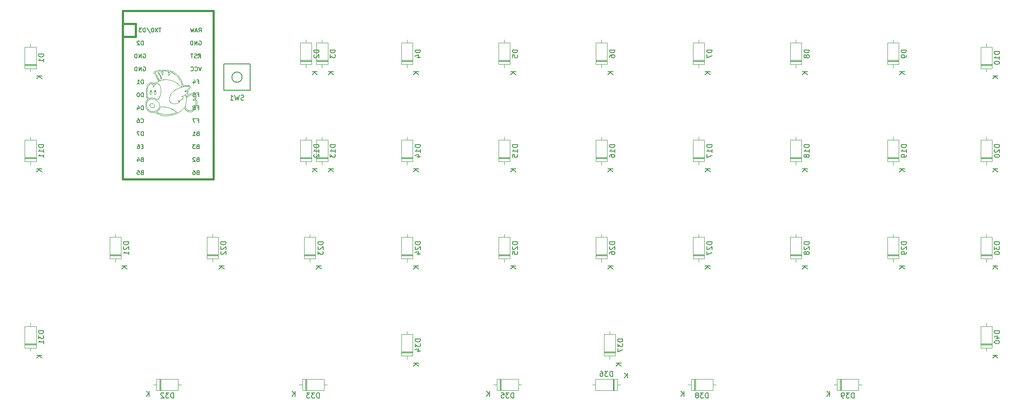
<source format=gbr>
G04 #@! TF.GenerationSoftware,KiCad,Pcbnew,(5.1.4)-1*
G04 #@! TF.CreationDate,2020-10-26T08:10:00-07:00*
G04 #@! TF.ProjectId,cheapcheep,63686561-7063-4686-9565-702e6b696361,rev?*
G04 #@! TF.SameCoordinates,Original*
G04 #@! TF.FileFunction,Legend,Bot*
G04 #@! TF.FilePolarity,Positive*
%FSLAX46Y46*%
G04 Gerber Fmt 4.6, Leading zero omitted, Abs format (unit mm)*
G04 Created by KiCad (PCBNEW (5.1.4)-1) date 2020-10-26 08:10:00*
%MOMM*%
%LPD*%
G04 APERTURE LIST*
%ADD10C,0.020000*%
%ADD11C,0.120000*%
%ADD12C,0.381000*%
%ADD13C,0.150000*%
G04 APERTURE END LIST*
D10*
X50134663Y-38390067D02*
G75*
G02X49432256Y-38824861I-2783761J3712384D01*
G01*
X48633491Y-39142888D02*
G75*
G02X47824732Y-39302595I-1219044J4045612D01*
G01*
X50654560Y-37882382D02*
G75*
G02X50134663Y-38390067I-2199998J1732874D01*
G01*
X49432256Y-38824862D02*
G75*
G02X48633490Y-39142888I-2238731J4460754D01*
G01*
X51258011Y-38339342D02*
G75*
G02X51029387Y-38113930I920740J1162510D01*
G01*
X51029387Y-38113929D02*
G75*
G02X50843770Y-37835539I1353409J1103458D01*
G01*
X50782087Y-37720479D02*
X50843770Y-37835539D01*
X47824731Y-39302595D02*
G75*
G02X47472429Y-39319918I-356005J3648968D01*
G01*
X50654560Y-37882382D02*
X50782087Y-37720479D01*
X49333486Y-32926322D02*
X49043697Y-32737621D01*
X45023562Y-30860542D02*
G75*
G02X45056411Y-30838209I110300J-126912D01*
G01*
X45021666Y-30898872D02*
G75*
G02X45250655Y-31193708I-2919750J-2504020D01*
G01*
X45677628Y-31907745D02*
X45474390Y-31538642D01*
X50211756Y-33510346D02*
X50058780Y-33554563D01*
X46150450Y-32399783D02*
G75*
G02X46777051Y-32268921I939473J-2932840D01*
G01*
X45929974Y-32454398D02*
X45904195Y-32406256D01*
X45021665Y-30898873D02*
G75*
G02X45014733Y-30878938I21915J18794D01*
G01*
X45954576Y-32458664D02*
G75*
G02X45940511Y-32460599I-14065J50162D01*
G01*
X45474390Y-31538642D02*
X45250655Y-31193708D01*
X45845084Y-32275599D02*
X45677628Y-31907745D01*
X45940511Y-32460599D02*
G75*
G02X45929974Y-32454398I0J12053D01*
G01*
X48137272Y-32366191D02*
G75*
G02X48758004Y-32586161I-813363J-3281022D01*
G01*
X46150451Y-32399783D02*
X46076249Y-32423085D01*
X50354989Y-33435832D02*
G75*
G02X50322542Y-33472254I-52789J14365D01*
G01*
X46010465Y-32442735D02*
X45954577Y-32458665D01*
X50322542Y-33472255D02*
G75*
G02X50211756Y-33510346I-437599J1092572D01*
G01*
X45904195Y-32406256D02*
X45875414Y-32346508D01*
X47458163Y-32258562D02*
G75*
G02X48137271Y-32366190I-285939J-4000530D01*
G01*
X48758004Y-32586161D02*
G75*
G02X49043697Y-32737621I-1390585J-2968174D01*
G01*
X49618048Y-33145598D02*
X49333486Y-32926322D01*
X50058780Y-33554563D02*
X49888112Y-33388813D01*
X50355272Y-33376071D02*
G75*
G02X50354990Y-33435832I-112024J-29353D01*
G01*
X46076249Y-32423085D02*
X46010465Y-32442735D01*
X45014734Y-30878939D02*
G75*
G02X45023561Y-30860543I25699J-1016D01*
G01*
X45875414Y-32346508D02*
X45845084Y-32275599D01*
X46777051Y-32268921D02*
G75*
G02X47458163Y-32258562I400241J-3919236D01*
G01*
X45601463Y-30634040D02*
X45852364Y-30577739D01*
X49888112Y-33388813D02*
X49618048Y-33145598D01*
X45345637Y-30711240D02*
X45601463Y-30634040D01*
X45139697Y-30796290D02*
G75*
G02X45345637Y-30711240I785351J-1609799D01*
G01*
X45056411Y-30838209D02*
X45139697Y-30796290D01*
X47511576Y-30562577D02*
X47572476Y-30816588D01*
X47989570Y-30933815D02*
X48048102Y-30828313D01*
X47680674Y-31284287D02*
X47701183Y-31360185D01*
X47739446Y-31415576D02*
X47791015Y-31320724D01*
X47848858Y-31210950D02*
X47914732Y-31080599D01*
X47730973Y-31420600D02*
G75*
G02X47718558Y-31411939I0J13229D01*
G01*
X47654948Y-31170599D02*
X47680674Y-31284287D01*
X47621824Y-31025359D02*
X47642809Y-31116084D01*
X47165706Y-30528738D02*
X47281112Y-30537487D01*
X46458916Y-30294576D02*
X46446642Y-30482588D01*
X47791015Y-31320724D02*
X47848858Y-31210950D01*
X47642809Y-31116084D02*
X47654948Y-31170599D01*
X47281112Y-30537487D02*
X47378882Y-30545679D01*
X47428154Y-30551194D02*
X47511576Y-30562577D01*
X50301471Y-33180667D02*
X50355272Y-33376072D01*
X50040121Y-32511092D02*
G75*
G02X50301471Y-33180667I-3536486J-1766161D01*
G01*
X47914732Y-31080599D02*
X47989570Y-30933815D01*
X47739447Y-31415575D02*
G75*
G02X47730973Y-31420599I-8474J4634D01*
G01*
X47378882Y-30545679D02*
X47428154Y-30551194D01*
X47701183Y-31360185D02*
X47718558Y-31411939D01*
X49661230Y-31897848D02*
G75*
G02X50040121Y-32511092I-3198321J-2399742D01*
G01*
X49188114Y-31375559D02*
G75*
G02X49661230Y-31897848I-2583523J-2815723D01*
G01*
X47044732Y-30520515D02*
X47165706Y-30528738D01*
X48647179Y-30975862D02*
G75*
G02X49188114Y-31375560I-1606789J-2740455D01*
G01*
X48516093Y-30905688D02*
X48647178Y-30975862D01*
X48114262Y-30741214D02*
G75*
G02X48174939Y-30753883I-3388J-167867D01*
G01*
X48344107Y-30826030D02*
X48516093Y-30905688D01*
X47597374Y-30921171D02*
X47621824Y-31025359D01*
X48174939Y-30753883D02*
X48344107Y-30826030D01*
X48095061Y-30751511D02*
G75*
G02X48114261Y-30741214I18752J-11916D01*
G01*
X48048102Y-30828313D02*
X48095062Y-30751511D01*
X47572476Y-30816588D02*
X47597374Y-30921171D01*
X50997397Y-33355333D02*
X50814344Y-33377328D01*
X46821824Y-30306686D02*
X46458916Y-30294576D01*
X47109007Y-30319882D02*
X46821824Y-30306686D01*
X47371473Y-30339561D02*
X47109007Y-30319882D01*
X47599320Y-30362094D02*
X47371473Y-30339561D01*
X47599319Y-30362095D02*
G75*
G02X47642552Y-30381738I-7969J-74935D01*
G01*
X49858561Y-31804063D02*
G75*
G02X50134899Y-32249950I-3396658J-2413648D01*
G01*
X47674024Y-30471584D02*
X47651573Y-30396133D01*
X47788958Y-30930599D02*
X47724666Y-30664420D01*
X47891232Y-30702662D02*
X47819768Y-30860599D01*
X50134898Y-32249950D02*
G75*
G02X50357197Y-32734872I-3794873J-2033061D01*
G01*
X50622453Y-33411665D02*
X50560174Y-33424511D01*
X51181500Y-33344769D02*
X50997397Y-33355333D01*
X48538961Y-30672369D02*
X48416409Y-30616947D01*
X50560174Y-33424511D02*
X50514605Y-33237555D01*
X50357197Y-32734872D02*
G75*
G02X50514605Y-33237555I-3820068J-1472181D01*
G01*
X47642552Y-30381738D02*
G75*
G02X47651573Y-30396133I-22116J-23882D01*
G01*
X47999286Y-30491281D02*
G75*
G02X48017387Y-30480599I18101J-9995D01*
G01*
X47698737Y-30561223D02*
X47674024Y-30471584D01*
X47724666Y-30664420D02*
X47698737Y-30561223D01*
X48245872Y-30551075D02*
X48075722Y-30490397D01*
X49063123Y-31002423D02*
X48793877Y-30816842D01*
X49320518Y-31209236D02*
G75*
G02X49539794Y-31417989I-2091344J-2416305D01*
G01*
X50814344Y-33377328D02*
X50622453Y-33411665D01*
X49539794Y-31417990D02*
G75*
G02X49858561Y-31804063I-2502416J-2390791D01*
G01*
X48017387Y-30480600D02*
G75*
G02X48075722Y-30490397I0J-178571D01*
G01*
X47819768Y-30860599D02*
X47788958Y-30930599D01*
X47950156Y-30582942D02*
X47891232Y-30702662D01*
X48416409Y-30616947D02*
X48245872Y-30551075D01*
X48538961Y-30672369D02*
G75*
G02X48793877Y-30816842I-1285855J-2565970D01*
G01*
X47999286Y-30491282D02*
X47950156Y-30582942D01*
X49320518Y-31209237D02*
X49063123Y-31002423D01*
X51468988Y-34478996D02*
X51455831Y-34472722D01*
X51983593Y-33772458D02*
G75*
G02X51925175Y-33939724I-654244J134662D01*
G01*
X51555832Y-33351055D02*
X51376544Y-33344794D01*
X51979661Y-33626038D02*
G75*
G02X51983593Y-33772457I-310930J-81612D01*
G01*
X51555832Y-33351055D02*
G75*
G02X51642992Y-33360011I-32197J-741951D01*
G01*
X51756589Y-34156712D02*
G75*
G02X51636789Y-34264731I-1085991J1083981D01*
G01*
X51425701Y-34453781D02*
G75*
G02X51411719Y-34435981I24724J33812D01*
G01*
X51476770Y-34480599D02*
G75*
G02X51468988Y-34478996I0J19685D01*
G01*
X51642992Y-33360011D02*
G75*
G02X51708653Y-33377537I-55023J-337903D01*
G01*
X51708653Y-33377537D02*
G75*
G02X51786544Y-33411556I-290885J-772205D01*
G01*
X51636789Y-34264731D02*
G75*
G02X51515567Y-34350092I-690756J852194D01*
G01*
X51786544Y-33411555D02*
G75*
G02X51912467Y-33505022I-201017J-402380D01*
G01*
X51912467Y-33505022D02*
G75*
G02X51979662Y-33626038I-203188J-191985D01*
G01*
X51858784Y-34042652D02*
G75*
G02X51756589Y-34156711I-1108549J890431D01*
G01*
X51411718Y-34435981D02*
G75*
G02X51414448Y-34419166I14981J6197D01*
G01*
X51455831Y-34472722D02*
X51440798Y-34464048D01*
X51440798Y-34464048D02*
X51425700Y-34453781D01*
X51376544Y-33344794D02*
X51181500Y-33344769D01*
X51925176Y-33939723D02*
G75*
G02X51858784Y-34042652I-527004J267053D01*
G01*
X51439685Y-34397363D02*
X51515567Y-34350092D01*
X51414448Y-34419166D02*
G75*
G02X51439685Y-34397363I87713J-76021D01*
G01*
X51319927Y-35431225D02*
G75*
G02X51575151Y-35219495I1508178J-1558300D01*
G01*
X51565005Y-34755746D02*
G75*
G02X51543495Y-34843902I-496611J74471D01*
G01*
X51569962Y-34704154D02*
G75*
G02X51565005Y-34755746I-488209J20876D01*
G01*
X51086939Y-35415133D02*
X51082271Y-35392319D01*
X51319927Y-35431225D02*
X51201308Y-35544801D01*
X51100860Y-35471795D02*
X51093333Y-35441724D01*
X51201308Y-35544801D02*
G75*
G02X51158354Y-35578818I-213176J225052D01*
G01*
X51476770Y-34480599D02*
G75*
G02X51484335Y-34484475I0J-9321D01*
G01*
X51499843Y-34507262D02*
X51484335Y-34484475D01*
X51109001Y-35505239D02*
X51100860Y-35471795D01*
X51451917Y-35031437D02*
G75*
G02X51391546Y-35111172I-579284J375876D01*
G01*
X51078938Y-35373089D02*
G75*
G02X51080274Y-35370256I2724J447D01*
G01*
X51517222Y-34536585D02*
X51499843Y-34507262D01*
X51535103Y-34571367D02*
X51517222Y-34536585D01*
X51556644Y-34621714D02*
G75*
G02X51567513Y-34662700I-202029J-75513D01*
G01*
X51567513Y-34662700D02*
G75*
G02X51569962Y-34704154I-201765J-32722D01*
G01*
X51391545Y-35111172D02*
G75*
G02X51339936Y-35162733I-419804J368593D01*
G01*
X51834890Y-35073994D02*
G75*
G02X52111301Y-34989749I521583J-1215760D01*
G01*
X51093333Y-35441724D02*
X51086939Y-35415133D01*
X51158354Y-35578819D02*
G75*
G02X51136532Y-35579976I-11903J18117D01*
G01*
X52111300Y-34989750D02*
G75*
G02X52416101Y-34960947I308172J-1634049D01*
G01*
X51504152Y-34939094D02*
G75*
G02X51451916Y-35031437I-784913J383063D01*
G01*
X51137701Y-35331126D02*
G75*
G02X51080274Y-35370256I-302585J382366D01*
G01*
X51575151Y-35219496D02*
G75*
G02X51834889Y-35073994I817806J-1155301D01*
G01*
X51136532Y-35579976D02*
G75*
G02X51122074Y-35561225I12754J24784D01*
G01*
X51535103Y-34571367D02*
G75*
G02X51556643Y-34621714I-529371J-256264D01*
G01*
X51082271Y-35392319D02*
X51078937Y-35373089D01*
X51122074Y-35561225D02*
X51116539Y-35536968D01*
X51543496Y-34843902D02*
G75*
G02X51504153Y-34939095I-784960J268692D01*
G01*
X51116539Y-35536968D02*
X51109001Y-35505239D01*
X51239830Y-35248233D02*
X51339936Y-35162733D01*
X51137701Y-35331126D02*
X51239830Y-35248233D01*
X52662339Y-37587921D02*
X52791048Y-37551061D01*
X53045688Y-35204292D02*
G75*
G02X53168080Y-35404679I-470070J-424680D01*
G01*
X53151546Y-35860501D02*
G75*
G02X53013599Y-36069512I-711075J319280D01*
G01*
X52956096Y-36136133D02*
X52981683Y-36105173D01*
X52553097Y-38368845D02*
G75*
G02X52206762Y-38563716I-558358J587146D01*
G01*
X53314956Y-36605728D02*
G75*
G02X53346028Y-36761731I-807370J-241903D01*
G01*
X52972530Y-36193005D02*
X52942671Y-36171514D01*
X53205169Y-35631019D02*
G75*
G02X53151546Y-35860500I-615551J22829D01*
G01*
X53047290Y-36246749D02*
X53007415Y-36218095D01*
X52981683Y-36105173D02*
X53013599Y-36069512D01*
X52936068Y-36162266D02*
X52956096Y-36136133D01*
X53007415Y-36218095D02*
X52972530Y-36193005D01*
X53220814Y-37253856D02*
G75*
G02X53035856Y-37436191I-594240J417811D01*
G01*
X53256227Y-36470003D02*
G75*
G02X53314956Y-36605728I-546647J-317107D01*
G01*
X51789452Y-38584547D02*
G75*
G02X51516238Y-38499344I171750J1031396D01*
G01*
X53047289Y-36246749D02*
G75*
G02X53167497Y-36351522I-495754J-690131D01*
G01*
X52206762Y-38563715D02*
G75*
G02X51789452Y-38584546I-256376J945609D01*
G01*
X52942671Y-36171514D02*
X52936807Y-36167247D01*
X53327297Y-37021357D02*
G75*
G02X53220815Y-37253856I-680219J170897D01*
G01*
X53035857Y-37436192D02*
G75*
G02X52791048Y-37551061I-478755J702015D01*
G01*
X52710938Y-37708240D02*
X52662339Y-37587921D01*
X52735278Y-38055999D02*
G75*
G02X52553098Y-38368845I-628589J156579D01*
G01*
X51516239Y-38499345D02*
G75*
G02X51258011Y-38339342I562627J1196400D01*
G01*
X53167498Y-36351522D02*
G75*
G02X53256227Y-36470003I-459054J-436246D01*
G01*
X53168080Y-35404678D02*
G75*
G02X53205168Y-35631018I-541212J-204892D01*
G01*
X52936807Y-36167247D02*
G75*
G02X52936068Y-36162266I2102J2857D01*
G01*
X53346028Y-36761731D02*
G75*
G02X53327296Y-37021357I-747351J-76568D01*
G01*
X52416101Y-34960948D02*
G75*
G02X52609584Y-34975749I2511J-1239134D01*
G01*
X52710937Y-37708240D02*
G75*
G02X52735277Y-38055999I-523258J-211354D01*
G01*
X52609584Y-34975749D02*
G75*
G02X52778311Y-35020956I-125982J-807682D01*
G01*
X52778311Y-35020955D02*
G75*
G02X52923167Y-35097217I-255477J-660973D01*
G01*
X52923167Y-35097217D02*
G75*
G02X53045688Y-35204292I-390873J-570896D01*
G01*
X45878987Y-36993976D02*
G75*
G02X45928906Y-37242643I-1494369J-429331D01*
G01*
X45459200Y-36388179D02*
X45555710Y-36480084D01*
X45936924Y-37487608D02*
G75*
G02X45898976Y-37695562I-817474J41737D01*
G01*
X45632419Y-36560443D02*
X45698916Y-36638393D01*
X45928906Y-37242643D02*
G75*
G02X45936925Y-37487608I-1455312J-170255D01*
G01*
X45791201Y-36774321D02*
G75*
G02X45878987Y-36993976I-1045877J-545356D01*
G01*
X45698916Y-36638393D02*
X45752900Y-36710866D01*
X45555710Y-36480084D02*
X45632419Y-36560443D01*
X45752899Y-36710866D02*
G75*
G02X45791201Y-36774320I-488495J-338146D01*
G01*
X44076892Y-34982185D02*
G75*
G02X44059521Y-34701518I1302368J221480D01*
G01*
X46256115Y-31805350D02*
G75*
G02X46311685Y-32049566I-2657822J-733205D01*
G01*
X44059521Y-34701518D02*
G75*
G02X44100269Y-34435071I1261399J-56570D01*
G01*
X46050402Y-31274072D02*
G75*
G02X46165688Y-31531282I-2359762J-1212127D01*
G01*
X44400305Y-34511516D02*
G75*
G02X44415002Y-34565595I-299767J-110500D01*
G01*
X44415002Y-34565595D02*
G75*
G02X44422211Y-34630847I-478981J-85939D01*
G01*
X45682517Y-30878664D02*
G75*
G02X45680590Y-30867862I14189J8103D01*
G01*
X46176641Y-31918350D02*
X46236053Y-32089084D01*
X44424420Y-34730600D02*
G75*
G02X44418369Y-34872683I-1605888J-2789D01*
G01*
X44418368Y-34872682D02*
G75*
G02X44399189Y-34990193I-792163J68971D01*
G01*
X44323133Y-35150434D02*
G75*
G02X44281742Y-35186291I-183763J170307D01*
G01*
X46266029Y-32161697D02*
G75*
G02X46236053Y-32089084I695435J329588D01*
G01*
X46311686Y-32049566D02*
G75*
G02X46299863Y-32178350I-238720J-43020D01*
G01*
X45706299Y-30860599D02*
G75*
G02X45767714Y-30885417I0J-88399D01*
G01*
X45962677Y-31123059D02*
G75*
G02X46050402Y-31274072I-1414117J-922457D01*
G01*
X46072003Y-31634834D02*
X46176641Y-31918350D01*
X45767715Y-30885417D02*
G75*
G02X45862845Y-30987860I-894487J-926029D01*
G01*
X44367500Y-35083244D02*
G75*
G02X44323134Y-35150433I-225413J100599D01*
G01*
X46284791Y-32183248D02*
G75*
G02X46266030Y-32161696I29007J44191D01*
G01*
X44164983Y-35152668D02*
G75*
G02X44076893Y-34982185I223467J223467D01*
G01*
X44100270Y-34435071D02*
G75*
G02X44202285Y-34320913I163211J-43190D01*
G01*
X45862845Y-30987861D02*
G75*
G02X45962677Y-31123059I-1113483J-926668D01*
G01*
X44424419Y-34730599D02*
X44422211Y-34630847D01*
X45686496Y-30862063D02*
G75*
G02X45706299Y-30860599I19803J-133245D01*
G01*
X44208041Y-35187370D02*
G75*
G02X44164983Y-35152669I139898J217657D01*
G01*
X45682516Y-30878665D02*
X45698763Y-30905599D01*
X46165688Y-31531282D02*
G75*
G02X46256115Y-31805350I-2719555J-1049251D01*
G01*
X46299863Y-32178350D02*
G75*
G02X46284790Y-32183249I-9500J3591D01*
G01*
X45680589Y-30867863D02*
G75*
G02X45686496Y-30862063I6942J-1162D01*
G01*
X44399189Y-34990193D02*
G75*
G02X44367499Y-35083244I-522799J126126D01*
G01*
X44245149Y-35197982D02*
G75*
G02X44208041Y-35187369I-945J66876D01*
G01*
X44281743Y-35186291D02*
G75*
G02X44245150Y-35197983I-37527J54340D01*
G01*
X46132082Y-37619643D02*
X46142658Y-37580025D01*
X45387194Y-38610678D02*
G75*
G02X45356355Y-38581301I38116J70887D01*
G01*
X45698763Y-30905599D02*
X45839592Y-31142402D01*
X46791848Y-37569218D02*
X47074732Y-37608318D01*
X45929620Y-38856474D02*
G75*
G02X45552417Y-38697945I792083J2412702D01*
G01*
X46481377Y-37545584D02*
X46791848Y-37569218D01*
X46186657Y-37534195D02*
X46481377Y-37545584D01*
X46142658Y-37580025D02*
X46147544Y-37562630D01*
X46106437Y-37717440D02*
X46119634Y-37666824D01*
X48616995Y-38893855D02*
G75*
G02X48210531Y-38999791I-1185557J3716094D01*
G01*
X48210530Y-38999791D02*
G75*
G02X47802201Y-39059848I-749048J3674661D01*
G01*
X46380632Y-38977790D02*
G75*
G02X45929620Y-38856474I887518J4198501D01*
G01*
X45877105Y-38155212D02*
G75*
G02X45683709Y-38341327I-1014099J860236D01*
G01*
X47360756Y-39080210D02*
G75*
G02X46869323Y-39054831I-5621J4661930D01*
G01*
X46106437Y-37717440D02*
G75*
G02X46017505Y-37947321I-1036372J268787D01*
G01*
X46017506Y-37947321D02*
G75*
G02X45877105Y-38155213I-1015663J534574D01*
G01*
X45362071Y-38554055D02*
G75*
G02X45437139Y-38506448I511826J-724068D01*
G01*
X48791956Y-38225725D02*
G75*
G02X49178495Y-38517930I-1165126J-1943032D01*
G01*
X45552417Y-38697945D02*
X45387194Y-38610679D01*
X49053083Y-38735241D02*
X48616995Y-38893855D01*
X47802202Y-39059848D02*
G75*
G02X47360756Y-39080209I-447379J4903874D01*
G01*
X47698092Y-37753381D02*
G75*
G02X48284058Y-37965086I-1428816J-4871513D01*
G01*
X45683709Y-38341327D02*
G75*
G02X45437139Y-38506448I-1221368J1557175D01*
G01*
X49301435Y-38633485D02*
X49053083Y-38735241D01*
X45356355Y-38581301D02*
G75*
G02X45362071Y-38554055I17520J10547D01*
G01*
X48284058Y-37965086D02*
G75*
G02X48791957Y-38225724I-1716878J-3970814D01*
G01*
X46869323Y-39054831D02*
G75*
G02X46380631Y-38977790I496301J4736659D01*
G01*
X45961823Y-31380880D02*
X46072003Y-31634834D01*
X46147543Y-37562630D02*
G75*
G02X46186657Y-37534195I38004J-11157D01*
G01*
X45839592Y-31142402D02*
X45961823Y-31380880D01*
X49178495Y-38517930D02*
X49301435Y-38633485D01*
X46119634Y-37666824D02*
X46132082Y-37619643D01*
X44302078Y-38461317D02*
X44217115Y-38434999D01*
X45777081Y-37943283D02*
G75*
G02X45583624Y-38158027I-926255J639926D01*
G01*
X43418448Y-36866601D02*
G75*
G02X43540975Y-36493270I1080453J-147833D01*
G01*
X45583624Y-38158027D02*
G75*
G02X45326358Y-38330219I-849056J990259D01*
G01*
X47074731Y-37608318D02*
G75*
G02X47698091Y-37753380I-967086J-5567635D01*
G01*
X44666702Y-36044994D02*
G75*
G02X44844732Y-36078323I-152436J-1306404D01*
G01*
X44239114Y-36028194D02*
X44448103Y-36028130D01*
X43414647Y-37309894D02*
G75*
G02X43418447Y-36866601I1732145J206814D01*
G01*
X43906462Y-38271276D02*
G75*
G02X43667881Y-38030165I625053J857086D01*
G01*
X44382198Y-38478412D02*
G75*
G02X44302078Y-38461317I128725J799613D01*
G01*
X43774471Y-36216165D02*
G75*
G02X44100023Y-36050140I578553J-732266D01*
G01*
X43667881Y-38030165D02*
G75*
G02X43504298Y-37709126I992648J707993D01*
G01*
X43504298Y-37709126D02*
G75*
G02X43414647Y-37309894I1904300J637306D01*
G01*
X43540975Y-36493271D02*
G75*
G02X43774470Y-36216166I793533J-431724D01*
G01*
X44823284Y-38495179D02*
G75*
G02X44735226Y-38499480I-82354J782371D01*
G01*
X44217115Y-38434999D02*
G75*
G02X43906462Y-38271277I404983J1145017D01*
G01*
X44597944Y-38496306D02*
X44474121Y-38489243D01*
X45326359Y-38330220D02*
G75*
G02X45016441Y-38452254I-790116J1552018D01*
G01*
X44735226Y-38499480D02*
X44597944Y-38496306D01*
X44904957Y-38481333D02*
G75*
G02X44823284Y-38495178I-150495J639971D01*
G01*
X45016441Y-38452254D02*
X44904957Y-38481333D01*
X44448103Y-36028130D02*
X44666701Y-36044994D01*
X44100023Y-36050139D02*
G75*
G02X44239114Y-36028194I162064J-575415D01*
G01*
X44474121Y-38489243D02*
X44382198Y-38478412D01*
X45898976Y-37695562D02*
G75*
G02X45777081Y-37943283I-895756J286922D01*
G01*
X46131502Y-30629557D02*
G75*
G02X46197670Y-30740851I-1108703J-734474D01*
G01*
X46197670Y-30740851D02*
X46354031Y-31038540D01*
X46354031Y-31038540D02*
X46413365Y-31150083D01*
X45671343Y-33043869D02*
G75*
G02X45814493Y-33143007I-244594J-506101D01*
G01*
X46537397Y-31328483D02*
X46548832Y-31260546D01*
X46726767Y-30501047D02*
X47044732Y-30520515D01*
X46657671Y-30505699D02*
G75*
G02X46726767Y-30501047I53015J-271992D01*
G01*
X46625425Y-30533156D02*
G75*
G02X46657671Y-30505699I40503J-14904D01*
G01*
X46608207Y-30605599D02*
G75*
G02X46625425Y-30533155I310896J-35627D01*
G01*
X46582280Y-30897667D02*
X46592675Y-30772461D01*
X46560436Y-31164752D02*
X46572230Y-31026192D01*
X46037413Y-30560600D02*
G75*
G02X46085138Y-30577855I0J-74628D01*
G01*
X46413365Y-31150083D02*
X46466860Y-31245160D01*
X45852365Y-30577739D02*
G75*
G02X46037413Y-30560599I185048J-990354D01*
G01*
X46602112Y-30665107D02*
X46608207Y-30605599D01*
X46592675Y-30772461D02*
X46602112Y-30665107D01*
X46085138Y-30577854D02*
G75*
G02X46131502Y-30629556I-152707J-183579D01*
G01*
X46466860Y-31245160D02*
X46514061Y-31325249D01*
X46537397Y-31328483D02*
G75*
G02X46526509Y-31335039I-8368J1579D01*
G01*
X46526509Y-31335040D02*
G75*
G02X46514061Y-31325249I6545J21131D01*
G01*
X46572230Y-31026192D02*
X46582280Y-30897667D01*
X46548832Y-31260546D02*
X46560436Y-31164752D01*
X51046733Y-34534536D02*
X51142963Y-34517995D01*
X51263173Y-34317382D02*
G75*
G02X50966920Y-34462380I-1388743J2462271D01*
G01*
X50572234Y-35636136D02*
G75*
G02X50608404Y-35707456I-86524J-88713D01*
G01*
X50494625Y-35594372D02*
G75*
G02X50572234Y-35636136I-34025J-156222D01*
G01*
X51684566Y-33980944D02*
G75*
G02X51508123Y-34151825I-992430J848196D01*
G01*
X51375508Y-34787824D02*
G75*
G02X51256619Y-35000260I-498757J139642D01*
G01*
X51014822Y-35210139D02*
G75*
G02X50690333Y-35391885I-1108023J1597718D01*
G01*
X51276868Y-34541764D02*
G75*
G02X51338062Y-34585351I-115587J-227027D01*
G01*
X50280733Y-35577449D02*
G75*
G02X50249390Y-35561599I3370J45579D01*
G01*
X50690333Y-35391885D02*
G75*
G02X50319128Y-35520430I-973354J2210566D01*
G01*
X51375159Y-34640449D02*
G75*
G02X51387396Y-34707903I-158738J-63635D01*
G01*
X51768509Y-33820538D02*
G75*
G02X51684565Y-33980944I-392290J103127D01*
G01*
X50848922Y-34546271D02*
G75*
G02X50839581Y-34533630I6504J14578D01*
G01*
X51142963Y-34517996D02*
G75*
G02X51191883Y-34514947I40692J-258948D01*
G01*
X50919836Y-34551598D02*
X50977442Y-34545859D01*
X51256619Y-35000260D02*
G75*
G02X51014822Y-35210139I-1084309J1004983D01*
G01*
X50608403Y-35707456D02*
G75*
G02X50606109Y-35810289I-313527J-44445D01*
G01*
X50254154Y-35541934D02*
G75*
G02X50319128Y-35520430I191167J-468705D01*
G01*
X51338061Y-34585351D02*
G75*
G02X51375159Y-34640449I-109877J-114018D01*
G01*
X51230206Y-34521974D02*
G75*
G02X51276868Y-34541764I-118172J-343545D01*
G01*
X50845804Y-34519526D02*
G75*
G02X50880909Y-34499512I117417J-165154D01*
G01*
X51508124Y-34151825D02*
G75*
G02X51263173Y-34317382I-1144481J1429328D01*
G01*
X50874880Y-34552226D02*
G75*
G02X50848922Y-34546271I2160J68971D01*
G01*
X50839582Y-34533629D02*
G75*
G02X50845805Y-34519526I14951J1827D01*
G01*
X50966920Y-34462380D02*
X50880909Y-34499512D01*
X50919836Y-34551597D02*
G75*
G02X50874880Y-34552226I-29408J495725D01*
G01*
X50370911Y-35580894D02*
G75*
G02X50494624Y-35594372I-1523J-588496D01*
G01*
X50249390Y-35561599D02*
G75*
G02X50254154Y-35541933I9475J8115D01*
G01*
X51191883Y-34514947D02*
G75*
G02X51230206Y-34521974I-4094J-130338D01*
G01*
X50280733Y-35577449D02*
X50370912Y-35580894D01*
X51387396Y-34707903D02*
G75*
G02X51375508Y-34787824I-323117J7218D01*
G01*
X50977442Y-34545859D02*
X51046733Y-34534536D01*
X44858221Y-33443649D02*
G75*
G02X44926183Y-33316620I1333449J-631720D01*
G01*
X44527435Y-33109966D02*
G75*
G02X44608150Y-33221646I-375460J-356366D01*
G01*
X43706944Y-33544909D02*
G75*
G02X43820051Y-33343311I1383466J-643665D01*
G01*
X44428497Y-33039509D02*
G75*
G02X44527434Y-33109966I-131128J-288823D01*
G01*
X44307110Y-33004921D02*
G75*
G02X44428498Y-33039508I-54821J-422705D01*
G01*
X51583183Y-33539749D02*
G75*
G02X51685392Y-33578584I-91626J-395063D01*
G01*
X45577227Y-33009678D02*
G75*
G02X45671344Y-33043870I-120425J-478109D01*
G01*
X44674364Y-33381634D02*
G75*
G02X44729459Y-33600599I-2351249J-708017D01*
G01*
X44195100Y-33013800D02*
G75*
G02X44307110Y-33004921I77032J-260821D01*
G01*
X45118181Y-33099013D02*
G75*
G02X45172676Y-33060536I468008J-605007D01*
G01*
X45271127Y-33011082D02*
G75*
G02X45365204Y-32992285I130504J-408350D01*
G01*
X45172675Y-33060535D02*
G75*
G02X45225214Y-33030143I351315J-546694D01*
G01*
X44729459Y-33600599D02*
X44747750Y-33690599D01*
X43543895Y-34061096D02*
G75*
G02X43614800Y-33784176I2854053J-583245D01*
G01*
X51685393Y-33578583D02*
G75*
G02X51750856Y-33638703I-87732J-161232D01*
G01*
X45471218Y-32992108D02*
G75*
G02X45577226Y-33009677I-53236J-649805D01*
G01*
X45066079Y-33142848D02*
X45118181Y-33099013D01*
X43614801Y-33784176D02*
G75*
G02X43706945Y-33544909I1806309J-558258D01*
G01*
X44773638Y-33630599D02*
X44858221Y-33443649D01*
X44747750Y-33690599D02*
X44773638Y-33630599D01*
X43953990Y-33179653D02*
G75*
G02X44081530Y-33070096I778515J-777293D01*
G01*
X44081530Y-33070095D02*
G75*
G02X44195100Y-33013800I217851J-296787D01*
G01*
X45365204Y-32992284D02*
G75*
G02X45471219Y-32992108I54063J-633946D01*
G01*
X44608150Y-33221646D02*
G75*
G02X44674365Y-33381634I-764785J-410221D01*
G01*
X43820052Y-33343311D02*
G75*
G02X43953990Y-33179652I892894J-594108D01*
G01*
X51778170Y-33719890D02*
G75*
G02X51768510Y-33820538I-313949J-20655D01*
G01*
X43516620Y-34262131D02*
G75*
G02X43543894Y-34061096I1517567J-103518D01*
G01*
X51750855Y-33638703D02*
G75*
G02X51778170Y-33719889I-139649J-92172D01*
G01*
X45225214Y-33030143D02*
G75*
G02X45271126Y-33011081I135883J-262459D01*
G01*
X44991624Y-33222413D02*
G75*
G02X45066079Y-33142848I545596J-435939D01*
G01*
X44926183Y-33316620D02*
G75*
G02X44991623Y-33222413I734505J-440387D01*
G01*
X46015127Y-35530049D02*
G75*
G02X45882526Y-35770402I-2263273J1091878D01*
G01*
X43512469Y-35135882D02*
G75*
G02X43498532Y-34894999I2579654J270107D01*
G01*
X44242059Y-35820932D02*
G75*
G02X44525942Y-35812825I184445J-1484306D01*
G01*
X43802124Y-35955139D02*
G75*
G02X43787288Y-35954065I-5767J23342D01*
G01*
X46056923Y-33492407D02*
G75*
G02X46141528Y-33721478I-1551604J-703228D01*
G01*
X45882526Y-35770402D02*
G75*
G02X45737147Y-35976202I-1900970J1188610D01*
G01*
X43549027Y-35386370D02*
X43512470Y-35135882D01*
X43603597Y-35609790D02*
G75*
G02X43549027Y-35386370I2037617J616054D01*
G01*
X45814493Y-33143008D02*
G75*
G02X45945490Y-33296002I-685706J-719693D01*
G01*
X43671624Y-35793507D02*
G75*
G02X43603596Y-35609791I1469217J648486D01*
G01*
X43749525Y-35919951D02*
G75*
G02X43671624Y-35793506I421317J346790D01*
G01*
X44117941Y-35842003D02*
G75*
G02X44242058Y-35820932I298498J-1382222D01*
G01*
X43770817Y-35943224D02*
G75*
G02X43749525Y-35919951I211597J214966D01*
G01*
X45603347Y-36103872D02*
X45521963Y-36162509D01*
X43817439Y-35947611D02*
G75*
G02X43802124Y-35955139I-24922J31357D01*
G01*
X43817440Y-35947611D02*
G75*
G02X43878955Y-35912548I144072J-181274D01*
G01*
X44824277Y-35856719D02*
G75*
G02X45119296Y-35949057I-445570J-1941070D01*
G01*
X44525941Y-35812825D02*
G75*
G02X44824276Y-35856720I-126132J-1893035D01*
G01*
X46214416Y-34090159D02*
G75*
G02X46233066Y-34507126I-3264062J-354895D01*
G01*
X46111858Y-35290600D02*
G75*
G02X46015127Y-35530050I-1871646J616828D01*
G01*
X46141527Y-33721479D02*
G75*
G02X46214415Y-34090159I-2080011J-602762D01*
G01*
X46233066Y-34507126D02*
G75*
G02X46198649Y-34923543I-3288750J62184D01*
G01*
X45945489Y-33296002D02*
G75*
G02X46056922Y-33492407I-1025971J-711909D01*
G01*
X45119295Y-35949057D02*
G75*
G02X45393347Y-36085209I-711306J-1775632D01*
G01*
X43787288Y-35954065D02*
G75*
G02X43770818Y-35943224I19156J47035D01*
G01*
X44117941Y-35842002D02*
X43990061Y-35874834D01*
X45521963Y-36162509D02*
X45393347Y-36085209D01*
X46198649Y-34923542D02*
G75*
G02X46111858Y-35290599I-2167997J318835D01*
G01*
X43990061Y-35874834D02*
X43878955Y-35912548D01*
X45737147Y-35976203D02*
G75*
G02X45603347Y-36103872I-527875J419275D01*
G01*
X43501412Y-34574373D02*
X43516620Y-34262130D01*
X43498532Y-34894999D02*
X43501412Y-34574373D01*
X49668353Y-36405949D02*
G75*
G02X49711033Y-36399936I46216J-173559D01*
G01*
X49732302Y-36396631D02*
G75*
G02X49711033Y-36399936I-22849J76948D01*
G01*
X49917566Y-36333502D02*
X49848913Y-36358740D01*
X49890801Y-36552958D02*
G75*
G02X49855774Y-36650882I-121365J-11814D01*
G01*
X49884732Y-36490599D02*
X49890802Y-36552958D01*
X49685350Y-36475718D02*
X49741332Y-36480599D01*
X49741332Y-36480599D02*
X49884732Y-36490599D01*
X49635834Y-36469295D02*
X49685350Y-36475718D01*
X50542835Y-35935834D02*
G75*
G02X50383608Y-36080111I-912642J847211D01*
G01*
X50606110Y-35810288D02*
G75*
G02X50542835Y-35935834I-248796J46674D01*
G01*
X49621172Y-36422523D02*
G75*
G02X49668354Y-36405949I130205J-295214D01*
G01*
X49785603Y-36380147D02*
X49732302Y-36396631D01*
X49595115Y-36462286D02*
X49635834Y-36469295D01*
X50383607Y-36080110D02*
G75*
G02X50166829Y-36219591I-1000011J1316004D01*
G01*
X49585018Y-36442160D02*
G75*
G02X49621172Y-36422523I137275J-209635D01*
G01*
X49595115Y-36462286D02*
G75*
G02X49583558Y-36456159I4117J21729D01*
G01*
X49848913Y-36358740D02*
X49785603Y-36380147D01*
X50166829Y-36219592D02*
G75*
G02X49917566Y-36333502I-999211J1856836D01*
G01*
X49583558Y-36456159D02*
G75*
G02X49585019Y-36442160I6434J6404D01*
G01*
X52444675Y-35183234D02*
X52523944Y-35189221D01*
X52523944Y-35189221D02*
X52594870Y-35198407D01*
X51198842Y-35869688D02*
G75*
G02X51229881Y-35821334I333449J-179903D01*
G01*
X51082063Y-37070968D02*
G75*
G02X50986587Y-37344590I-1935385J521849D01*
G01*
X51185216Y-35910633D02*
G75*
G02X51198842Y-35869688I123620J-18399D01*
G01*
X51187495Y-36420097D02*
G75*
G02X51150532Y-36752963I-3332320J201544D01*
G01*
X51348360Y-38123962D02*
G75*
G02X51144006Y-37911176I826392J998163D01*
G01*
X45381049Y-36324214D02*
G75*
G02X45459200Y-36388179I-575626J-783010D01*
G01*
X51844732Y-38362463D02*
G75*
G02X51586551Y-38277402I184594J994641D01*
G01*
X45194732Y-36214713D02*
X45299871Y-36271204D01*
X44919546Y-36100946D02*
X45013544Y-36135520D01*
X51586551Y-38277402D02*
G75*
G02X51348360Y-38123963I521191J1070664D01*
G01*
X51150532Y-36752963D02*
G75*
G02X51082062Y-37070968I-3130937J507749D01*
G01*
X50916780Y-37506054D02*
X50986587Y-37344590D01*
X52466538Y-38143402D02*
G75*
G02X52307773Y-38290758I-420156J293481D01*
G01*
X52090334Y-38367447D02*
G75*
G02X51844732Y-38362463I-107670J748198D01*
G01*
X52059099Y-35225474D02*
G75*
G02X52366101Y-35181494I312590J-1088516D01*
G01*
X51188207Y-36101334D02*
G75*
G02X51187494Y-36420097I-2737211J-153258D01*
G01*
X51229881Y-35821334D02*
G75*
G02X51475088Y-35554138I1510725J-1140286D01*
G01*
X44844732Y-36078323D02*
X44919546Y-36100946D01*
X51756661Y-35352011D02*
G75*
G02X52059100Y-35225475I691314J-1227626D01*
G01*
X52366101Y-35181494D02*
X52444675Y-35183234D01*
X51144006Y-37911176D02*
G75*
G02X50985676Y-37651239I1165828J888305D01*
G01*
X52307774Y-38290757D02*
G75*
G02X52090334Y-38367447I-301696J508807D01*
G01*
X51182034Y-35967775D02*
G75*
G02X51185216Y-35910634I310907J11342D01*
G01*
X51188208Y-36101334D02*
X51182033Y-35967774D01*
X50985676Y-37651239D02*
X50916780Y-37506054D01*
X45013544Y-36135520D02*
X45110305Y-36175352D01*
X51475088Y-35554138D02*
G75*
G02X51756661Y-35352011I1058055J-1176744D01*
G01*
X45110305Y-36175352D02*
X45194732Y-36214713D01*
X45299872Y-36271205D02*
G75*
G02X45381050Y-36324214I-436969J-757830D01*
G01*
X52594869Y-35198407D02*
G75*
G02X52646101Y-35210025I-61033J-387914D01*
G01*
X52324866Y-37507444D02*
X52358603Y-37543650D01*
X53109908Y-36756580D02*
G75*
G02X53110873Y-36921090I-617896J-85883D01*
G01*
X52983302Y-36464350D02*
G75*
G02X53065914Y-36597619I-390733J-334452D01*
G01*
X52520122Y-36228210D02*
G75*
G02X52507265Y-36220195I13310J35667D01*
G01*
X52298879Y-37469786D02*
G75*
G02X52306975Y-37465490I11053J-11053D01*
G01*
X52557308Y-36241382D02*
X52602658Y-36255500D01*
X52507237Y-36210325D02*
G75*
G02X52530649Y-36190490I175333J-183214D01*
G01*
X53110873Y-36921089D02*
G75*
G02X53067567Y-37070599I-498301J63309D01*
G01*
X52758952Y-36301841D02*
G75*
G02X52842271Y-36341403I-175906J-477987D01*
G01*
X52842271Y-36341403D02*
G75*
G02X52913767Y-36393538I-234720J-396978D01*
G01*
X52974527Y-37209314D02*
G75*
G02X52841289Y-37318549I-454312J418266D01*
G01*
X53065914Y-36597619D02*
G75*
G02X53109908Y-36756580I-577121J-245291D01*
G01*
X52520121Y-36228211D02*
X52557308Y-36241382D01*
X52653096Y-36269110D02*
G75*
G02X52758952Y-36301842I-257052J-1018852D01*
G01*
X52400146Y-37449379D02*
X52349579Y-37457596D01*
X52349579Y-37457596D02*
X52306975Y-37465490D01*
X52668461Y-37396200D02*
G75*
G02X52458357Y-37441408I-367780J1198413D01*
G01*
X52602658Y-36255500D02*
X52653096Y-36269110D01*
X52507264Y-36220195D02*
G75*
G02X52507237Y-36210325I4683J4948D01*
G01*
X52530649Y-36190490D02*
G75*
G02X52566004Y-36167010I226652J-302930D01*
G01*
X52841289Y-37318549D02*
G75*
G02X52668461Y-37396199I-396644J651655D01*
G01*
X52298562Y-37476783D02*
G75*
G02X52298879Y-37469786I3989J3325D01*
G01*
X52458357Y-37441408D02*
X52400146Y-37449379D01*
X52546093Y-37946595D02*
G75*
G02X52466538Y-38143402I-468581J74930D01*
G01*
X52549435Y-37848975D02*
G75*
G02X52546093Y-37946595I-392206J-35437D01*
G01*
X52913768Y-36393538D02*
G75*
G02X52983302Y-36464350I-482392J-543240D01*
G01*
X52527788Y-37759125D02*
G75*
G02X52549435Y-37848975I-294032J-118372D01*
G01*
X52478809Y-37672647D02*
G75*
G02X52527788Y-37759124I-299693J-226848D01*
G01*
X52298562Y-37476784D02*
X52324866Y-37507444D01*
X52400465Y-37584864D02*
G75*
G02X52478809Y-37672647I-503407J-528131D01*
G01*
X53067567Y-37070600D02*
G75*
G02X52974527Y-37209314I-495395J231718D01*
G01*
X52358603Y-37543650D02*
X52400465Y-37584864D01*
X48878109Y-36988156D02*
G75*
G02X48676146Y-36981153I-25917J2168189D01*
G01*
X52870623Y-35941971D02*
G75*
G02X52805214Y-36014743I-411369J303965D01*
G01*
X52824227Y-35306942D02*
G75*
G02X52940533Y-35464842I-280144J-328134D01*
G01*
X52646101Y-35210026D02*
G75*
G02X52824227Y-35306943I-140129J-469692D01*
G01*
X51497389Y-33528545D02*
G75*
G02X51583184Y-33539749I-14053J-441716D01*
G01*
X51302188Y-33524528D02*
X51497389Y-33528545D01*
X50984732Y-33534153D02*
G75*
G02X51106135Y-33525413I142333J-1129596D01*
G01*
X49254732Y-34115645D02*
G75*
G02X49664142Y-33919498I2249543J-4170038D01*
G01*
X50585006Y-33609716D02*
G75*
G02X50984732Y-33534153I813535J-3208525D01*
G01*
X48002887Y-36599416D02*
G75*
G02X47885056Y-36319572I640087J434243D01*
G01*
X47986515Y-35442972D02*
G75*
G02X48269487Y-34938861I2059299J-824467D01*
G01*
X49855775Y-36650882D02*
G75*
G02X49721254Y-36757510I-522913J521531D01*
G01*
X50125923Y-33744860D02*
X50585006Y-33609716D01*
X49664142Y-33919498D02*
X50125923Y-33744860D01*
X48525778Y-36952827D02*
G75*
G02X48218317Y-36810524I342725J1143800D01*
G01*
X49258240Y-36944070D02*
G75*
G02X49086176Y-36975963I-289649J1082581D01*
G01*
X49516574Y-36859536D02*
G75*
G02X49258240Y-36944071I-899417J2311563D01*
G01*
X47863190Y-35976152D02*
G75*
G02X47986515Y-35442972I1784586J-131924D01*
G01*
X49721254Y-36757510D02*
G75*
G02X49516574Y-36859535I-659227J1066192D01*
G01*
X52611399Y-36142282D02*
X52566004Y-36167010D01*
X48269487Y-34938860D02*
G75*
G02X48699187Y-34488847I2078838J-1554842D01*
G01*
X48699187Y-34488847D02*
G75*
G02X49254732Y-34115645I2199039J-2673376D01*
G01*
X51106135Y-33525413D02*
X51302188Y-33524528D01*
X47885056Y-36319572D02*
G75*
G02X47863189Y-35976152I1231108J250795D01*
G01*
X52721056Y-36079627D02*
G75*
G02X52611399Y-36142282I-661058J1029664D01*
G01*
X52805214Y-36014743D02*
G75*
G02X52721055Y-36079626I-418165J455366D01*
G01*
X52923386Y-35855781D02*
G75*
G02X52870623Y-35941970I-520290J259271D01*
G01*
X52975200Y-35658426D02*
G75*
G02X52923387Y-35855782I-499172J25573D01*
G01*
X48218317Y-36810524D02*
G75*
G02X48002887Y-36599417I414492J638454D01*
G01*
X49086177Y-36975964D02*
G75*
G02X48878109Y-36988157I-234817J2225560D01*
G01*
X52940533Y-35464842D02*
G75*
G02X52975200Y-35658426I-399077J-171363D01*
G01*
X48676146Y-36981153D02*
G75*
G02X48525777Y-36952826I59309J728095D01*
G01*
X46422036Y-30762738D02*
G75*
G02X46409700Y-30763953I-6582J3601D01*
G01*
X46432161Y-30700019D02*
X46429550Y-30737233D01*
X46429549Y-30737233D02*
G75*
G02X46422037Y-30762739I-62365J4510D01*
G01*
X46436558Y-30634945D02*
X46432161Y-30700019D01*
X46441590Y-30559455D02*
X46436558Y-30634945D01*
X46446642Y-30482588D02*
X46441590Y-30559455D01*
X43225012Y-37080599D02*
X43233507Y-37356605D01*
X45408715Y-38874795D02*
G75*
G02X45195943Y-38738336I737857J1384600D01*
G01*
X44507280Y-38712641D02*
G75*
G02X44050977Y-38591057I128436J1399056D01*
G01*
X44985943Y-38679261D02*
X45087154Y-38655479D01*
X44050977Y-38591056D02*
G75*
G02X43666255Y-38327447I568834J1242725D01*
G01*
X43394042Y-37950599D02*
G75*
G02X43311178Y-37753155I1747078J849333D01*
G01*
X43241688Y-36696195D02*
G75*
G02X43257985Y-36627995I443911J-70030D01*
G01*
X43544673Y-35971180D02*
X43608580Y-36071760D01*
X43305446Y-36501428D02*
G75*
G02X43362639Y-36385175I1138183J-487754D01*
G01*
X43362639Y-36385175D02*
G75*
G02X43429339Y-36279717I1001199J-559423D01*
G01*
X43374585Y-35571633D02*
X43423680Y-35722441D01*
X43666254Y-38327447D02*
G75*
G02X43394042Y-37950599I941789J967030D01*
G01*
X43241688Y-36696195D02*
X43231783Y-36782252D01*
X43226462Y-36901171D02*
X43225012Y-37080599D01*
X45087154Y-38655479D02*
X45195943Y-38738336D01*
X43608580Y-36071760D02*
X43505255Y-36185457D01*
X43429339Y-36279717D02*
G75*
G02X43505255Y-36185457I827440J-588710D01*
G01*
X43231783Y-36782252D02*
X43226462Y-36901171D01*
X43332253Y-35400599D02*
X43374585Y-35571633D01*
X44985943Y-38679261D02*
G75*
G02X44507280Y-38712641I-341990J1455410D01*
G01*
X43480135Y-35855060D02*
G75*
G02X43423680Y-35722441I1410267J678661D01*
G01*
X43544672Y-35971180D02*
G75*
G02X43480134Y-35855060I954698J606606D01*
G01*
X43257986Y-36627995D02*
G75*
G02X43305446Y-36501428I1395386J-451069D01*
G01*
X43308037Y-35268534D02*
X43332253Y-35400599D01*
X47073176Y-39307057D02*
X47472429Y-39319918D01*
X46668519Y-39267171D02*
X47073176Y-39307057D01*
X46299352Y-39202667D02*
X46668519Y-39267171D01*
X43311178Y-37753155D02*
G75*
G02X43260254Y-37567026I1210416J431192D01*
G01*
X46299353Y-39202668D02*
G75*
G02X45992607Y-39120134I706503J3237095D01*
G01*
X45992606Y-39120134D02*
G75*
G02X45685469Y-39006431I1144612J3563548D01*
G01*
X45685470Y-39006431D02*
G75*
G02X45408715Y-38874795I1302413J3094974D01*
G01*
X43260255Y-37567026D02*
G75*
G02X43233507Y-37356605I1591566J309222D01*
G01*
X44566300Y-32871332D02*
G75*
G02X44608887Y-32901154I-235194J-381187D01*
G01*
X43294752Y-35147437D02*
X43308037Y-35268534D01*
X43286602Y-34730599D02*
X43288464Y-34992923D01*
X43998346Y-32869532D02*
G75*
G02X44064253Y-32836895I386937J-698503D01*
G01*
X44064253Y-32836895D02*
G75*
G02X44116918Y-32820152I105062J-239276D01*
G01*
X44395116Y-32812500D02*
X44286300Y-32810599D01*
X44504111Y-32837036D02*
G75*
G02X44566300Y-32871332I-319703J-653243D01*
G01*
X43503208Y-33477912D02*
X43430208Y-33673947D01*
X44286300Y-32810599D02*
X44179591Y-32812609D01*
X44116918Y-32820152D02*
G75*
G02X44179591Y-32812609I77167J-377051D01*
G01*
X43288464Y-34992923D02*
X43294752Y-35147437D01*
X43304341Y-34197507D02*
X43293690Y-34326932D01*
X43288094Y-34492854D02*
X43286602Y-34730599D01*
X43293690Y-34326932D02*
X43288094Y-34492854D01*
X43321716Y-34080599D02*
X43304341Y-34197507D01*
X43366596Y-33883795D02*
X43321716Y-34080599D01*
X43576409Y-33324894D02*
G75*
G02X43662886Y-33190501I1041223J-574967D01*
G01*
X43772673Y-33058332D02*
G75*
G02X43889916Y-32945150I1073465J-994669D01*
G01*
X43889916Y-32945149D02*
G75*
G02X43998346Y-32869532I419645J-486190D01*
G01*
X43430208Y-33673947D02*
X43366596Y-33883795D01*
X44455024Y-32819983D02*
G75*
G02X44504111Y-32837036I-45714J-210759D01*
G01*
X43503208Y-33477912D02*
G75*
G02X43576409Y-33324894I1346830J-550283D01*
G01*
X43662886Y-33190502D02*
G75*
G02X43772673Y-33058332I1273858J-946454D01*
G01*
X44395116Y-32812500D02*
G75*
G02X44455024Y-32819983I-11815J-338152D01*
G01*
X45602187Y-30420391D02*
G75*
G02X45959147Y-30359115I742491J-3254953D01*
G01*
X46409700Y-30763952D02*
G75*
G02X46385885Y-30728893I162597J136065D01*
G01*
X44655583Y-32940854D02*
X44608887Y-32901154D01*
X45773392Y-32528085D02*
X45558020Y-32641485D01*
X44816238Y-30990599D02*
X45037891Y-31259036D01*
X44980933Y-32930748D02*
G75*
G02X45064599Y-32870468I476674J-573394D01*
G01*
X44699138Y-32983590D02*
X44655583Y-32940854D01*
X44901978Y-33004808D02*
X44799305Y-33113369D01*
X45428954Y-31854925D02*
X45615851Y-32209342D01*
X45157379Y-32821285D02*
G75*
G02X45263690Y-32780472I436598J-978384D01*
G01*
X45382720Y-32729090D02*
X45307229Y-32763756D01*
X46385885Y-30728893D02*
X46320763Y-30607233D01*
X45469775Y-32686775D02*
X45382720Y-32729090D01*
X45245191Y-30521045D02*
G75*
G02X45602187Y-30420392I1173512J-3478811D01*
G01*
X46113562Y-30345395D02*
G75*
G02X46169659Y-30360916I5497J-89267D01*
G01*
X46169659Y-30360916D02*
G75*
G02X46213196Y-30408768I-79855J-116384D01*
G01*
X44674000Y-30830599D02*
X44816238Y-30990599D01*
X46320763Y-30607233D02*
X46213196Y-30408768D01*
X45558020Y-32641485D02*
X45469775Y-32686775D01*
X44743570Y-30769168D02*
X44674000Y-30830599D01*
X45239219Y-31542720D02*
X45428954Y-31854925D01*
X45615851Y-32209342D02*
X45773392Y-32528085D01*
X44699138Y-32983590D02*
G75*
G02X44732018Y-33022717I-307387J-291692D01*
G01*
X44799305Y-33113369D02*
X44732018Y-33022717D01*
X45037891Y-31259036D02*
X45239219Y-31542720D01*
X44743570Y-30769168D02*
G75*
G02X44937331Y-30643156I523177J-592486D01*
G01*
X45307229Y-32763755D02*
G75*
G02X45263690Y-32780472I-178721J400426D01*
G01*
X44901978Y-33004809D02*
G75*
G02X44980934Y-32930749I657364J-621708D01*
G01*
X46113561Y-30345395D02*
X45959147Y-30359115D01*
X45064599Y-32870469D02*
G75*
G02X45157379Y-32821286I409031J-659510D01*
G01*
X44937332Y-30643156D02*
G75*
G02X45245192Y-30521044I1320997J-2881273D01*
G01*
X44247107Y-34316190D02*
G75*
G02X44289758Y-34334514I-15349J-94527D01*
G01*
X44295883Y-34513629D02*
G75*
G02X44306228Y-34566075I-148910J-56616D01*
G01*
X44243546Y-34670599D02*
G75*
G02X44209867Y-34656001I0J46149D01*
G01*
X44889989Y-34733774D02*
G75*
G02X44919377Y-34481748I1206215J-12924D01*
G01*
X44919377Y-34481748D02*
G75*
G02X45007606Y-34341912I240883J-54232D01*
G01*
X44178536Y-34562584D02*
G75*
G02X44190725Y-34511405I136533J-5476D01*
G01*
X44273506Y-34476062D02*
G75*
G02X44295883Y-34513629I-95745J-82477D01*
G01*
X44245002Y-34462627D02*
G75*
G02X44273507Y-34476061I-818J-38694D01*
G01*
X44202285Y-34320912D02*
G75*
G02X44247107Y-34316190I31079J-79913D01*
G01*
X44331600Y-34378825D02*
G75*
G02X44374419Y-34451926I-554388J-373825D01*
G01*
X44374419Y-34451925D02*
G75*
G02X44400306Y-34511515I-512356J-257997D01*
G01*
X44275667Y-34656652D02*
G75*
G02X44243546Y-34670599I-32121J30016D01*
G01*
X44186070Y-34615993D02*
G75*
G02X44178536Y-34562584I142795J47380D01*
G01*
X44298440Y-34618376D02*
G75*
G02X44275668Y-34656653I-99088J33038D01*
G01*
X44190725Y-34511406D02*
G75*
G02X44215612Y-34474772I119661J-54520D01*
G01*
X44209867Y-34656001D02*
G75*
G02X44186071Y-34615993I79179J74176D01*
G01*
X44306229Y-34566075D02*
G75*
G02X44298440Y-34618376I-152663J-3997D01*
G01*
X44914495Y-34991779D02*
G75*
G02X44889990Y-34733774I1207047J244811D01*
G01*
X44289758Y-34334513D02*
G75*
G02X44331600Y-34378825I-113398J-148990D01*
G01*
X44215612Y-34474771D02*
G75*
G02X44245002Y-34462627I28552J-27462D01*
G01*
X44541421Y-37732200D02*
G75*
G02X44409392Y-37721930I-10741J715721D01*
G01*
X44304732Y-37686381D02*
G75*
G02X44192460Y-37606489I240493J456802D01*
G01*
X44968987Y-37338891D02*
G75*
G02X44935245Y-37534318I-296995J-49348D01*
G01*
X44785777Y-37679162D02*
G75*
G02X44675274Y-37717857I-194209J377474D01*
G01*
X44872808Y-37136183D02*
G75*
G02X44968987Y-37338891I-306560J-269626D01*
G01*
X44935245Y-37534318D02*
G75*
G02X44785777Y-37679162I-313488J173955D01*
G01*
X44573016Y-36943901D02*
G75*
G02X44669175Y-36977409I-71003J-358487D01*
G01*
X44107107Y-37500736D02*
G75*
G02X44053748Y-37374920I424595J254294D01*
G01*
X44675274Y-37717858D02*
G75*
G02X44541421Y-37732200I-144878J720309D01*
G01*
X44192459Y-37606489D02*
G75*
G02X44107107Y-37500735I334101J356968D01*
G01*
X44440896Y-36926408D02*
G75*
G02X44573016Y-36943900I-70602J-1041010D01*
G01*
X44224360Y-36947241D02*
G75*
G02X44310851Y-36925793I100604J-220581D01*
G01*
X44310851Y-36925793D02*
G75*
G02X44440896Y-36926409I60140J-1031355D01*
G01*
X44669175Y-36977409D02*
G75*
G02X44872807Y-37136183I-317378J-617014D01*
G01*
X44409393Y-37721930D02*
G75*
G02X44304732Y-37686381I59829J347988D01*
G01*
X45061737Y-34461832D02*
G75*
G02X45086009Y-34466559I4013J-44079D01*
G01*
X45104731Y-34660600D02*
G75*
G02X45062941Y-34667439I-26725J32203D01*
G01*
X45250890Y-34688310D02*
G75*
G02X45251344Y-34837131I-1564700J-79187D01*
G01*
X45065881Y-34303513D02*
G75*
G02X45083144Y-34305418I5532J-29041D01*
G01*
X44099360Y-37048385D02*
G75*
G02X44128527Y-37018184I332504J-291941D01*
G01*
X44053749Y-37374919D02*
G75*
G02X44035171Y-37236295I523446J140706D01*
G01*
X44037364Y-37170488D02*
X44035171Y-37236295D01*
X44162738Y-36988310D02*
X44128527Y-37018184D01*
X45133844Y-34574077D02*
G75*
G02X45125660Y-34628113I-235476J8028D01*
G01*
X45027584Y-34634306D02*
G75*
G02X45012870Y-34566046I144664J66900D01*
G01*
X44196655Y-36962951D02*
X44162738Y-36988310D01*
X45236653Y-34556799D02*
G75*
G02X45250890Y-34688310I-1139746J-189912D01*
G01*
X45026872Y-34492235D02*
G75*
G02X45041232Y-34470983I53007J-20341D01*
G01*
X45110731Y-34484599D02*
G75*
G02X45129347Y-34519355I-48158J-48159D01*
G01*
X45041233Y-34470982D02*
G75*
G02X45061737Y-34461832I23655J-25460D01*
G01*
X45129348Y-34519355D02*
G75*
G02X45133845Y-34574077I-232401J-46646D01*
G01*
X45236119Y-34963630D02*
G75*
G02X45206119Y-35065916I-580479J114709D01*
G01*
X45251343Y-34837131D02*
G75*
G02X45236119Y-34963630I-845805J37631D01*
G01*
X44196655Y-36962950D02*
G75*
G02X44224360Y-36947241I102964J-149301D01*
G01*
X45115981Y-34321267D02*
G75*
G02X45167219Y-34367925I-66806J-124829D01*
G01*
X45125660Y-34628112D02*
G75*
G02X45104732Y-34660599I-61923J16907D01*
G01*
X45115981Y-34321268D02*
X45083144Y-34305418D01*
X44037364Y-37170488D02*
G75*
G02X44045786Y-37128905I164060J-11582D01*
G01*
X45048133Y-34311209D02*
X45007606Y-34341912D01*
X45086010Y-34466558D02*
G75*
G02X45110732Y-34484599I-45374J-88136D01*
G01*
X45012870Y-34566046D02*
G75*
G02X45026871Y-34492235I211040J-1800D01*
G01*
X45207991Y-34448474D02*
G75*
G02X45236653Y-34556799I-562887J-206893D01*
G01*
X45062941Y-34667440D02*
G75*
G02X45027584Y-34634306I23241J60233D01*
G01*
X45048134Y-34311210D02*
G75*
G02X45065881Y-34303513I26005J-35656D01*
G01*
X45167218Y-34367925D02*
G75*
G02X45207990Y-34448474I-324221J-214705D01*
G01*
X44045786Y-37128905D02*
G75*
G02X44064075Y-37093105I133339J-45548D01*
G01*
X44064075Y-37093105D02*
G75*
G02X44099360Y-37048384I442843J-313119D01*
G01*
X45040564Y-35188759D02*
G75*
G02X44998894Y-35155030I102276J168960D01*
G01*
X45206119Y-35065916D02*
G75*
G02X45161467Y-35140831I-251506J99142D01*
G01*
X45118232Y-35182424D02*
G75*
G02X45079187Y-35197746I-45495J58526D01*
G01*
X45161468Y-35140831D02*
G75*
G02X45118232Y-35182424I-218466J183826D01*
G01*
X45079187Y-35197746D02*
G75*
G02X45040563Y-35188759I-5556J63614D01*
G01*
X44998894Y-35155030D02*
G75*
G02X44914495Y-34991779I244856J230030D01*
G01*
D11*
X209082500Y-84228750D02*
X206842500Y-84228750D01*
X209082500Y-83988750D02*
X206842500Y-83988750D01*
X209082500Y-84108750D02*
X206842500Y-84108750D01*
X207962500Y-79938750D02*
X207962500Y-80588750D01*
X207962500Y-85478750D02*
X207962500Y-84828750D01*
X209082500Y-80588750D02*
X209082500Y-84828750D01*
X206842500Y-80588750D02*
X209082500Y-80588750D01*
X206842500Y-84828750D02*
X206842500Y-80588750D01*
X209082500Y-84828750D02*
X206842500Y-84828750D01*
X179296250Y-93195000D02*
X179296250Y-90955000D01*
X179536250Y-93195000D02*
X179536250Y-90955000D01*
X179416250Y-93195000D02*
X179416250Y-90955000D01*
X183586250Y-92075000D02*
X182936250Y-92075000D01*
X178046250Y-92075000D02*
X178696250Y-92075000D01*
X182936250Y-93195000D02*
X178696250Y-93195000D01*
X182936250Y-90955000D02*
X182936250Y-93195000D01*
X178696250Y-90955000D02*
X182936250Y-90955000D01*
X178696250Y-93195000D02*
X178696250Y-90955000D01*
X150721250Y-93195000D02*
X150721250Y-90955000D01*
X150961250Y-93195000D02*
X150961250Y-90955000D01*
X150841250Y-93195000D02*
X150841250Y-90955000D01*
X155011250Y-92075000D02*
X154361250Y-92075000D01*
X149471250Y-92075000D02*
X150121250Y-92075000D01*
X154361250Y-93195000D02*
X150121250Y-93195000D01*
X154361250Y-90955000D02*
X154361250Y-93195000D01*
X150121250Y-90955000D02*
X154361250Y-90955000D01*
X150121250Y-93195000D02*
X150121250Y-90955000D01*
X135263750Y-85816250D02*
X133023750Y-85816250D01*
X135263750Y-85576250D02*
X133023750Y-85576250D01*
X135263750Y-85696250D02*
X133023750Y-85696250D01*
X134143750Y-81526250D02*
X134143750Y-82176250D01*
X134143750Y-87066250D02*
X134143750Y-86416250D01*
X135263750Y-82176250D02*
X135263750Y-86416250D01*
X133023750Y-82176250D02*
X135263750Y-82176250D01*
X133023750Y-86416250D02*
X133023750Y-82176250D01*
X135263750Y-86416250D02*
X133023750Y-86416250D01*
X135028750Y-90955000D02*
X135028750Y-93195000D01*
X134788750Y-90955000D02*
X134788750Y-93195000D01*
X134908750Y-90955000D02*
X134908750Y-93195000D01*
X130738750Y-92075000D02*
X131388750Y-92075000D01*
X136278750Y-92075000D02*
X135628750Y-92075000D01*
X131388750Y-90955000D02*
X135628750Y-90955000D01*
X131388750Y-93195000D02*
X131388750Y-90955000D01*
X135628750Y-93195000D02*
X131388750Y-93195000D01*
X135628750Y-90955000D02*
X135628750Y-93195000D01*
X112621250Y-93195000D02*
X112621250Y-90955000D01*
X112861250Y-93195000D02*
X112861250Y-90955000D01*
X112741250Y-93195000D02*
X112741250Y-90955000D01*
X116911250Y-92075000D02*
X116261250Y-92075000D01*
X111371250Y-92075000D02*
X112021250Y-92075000D01*
X116261250Y-93195000D02*
X112021250Y-93195000D01*
X116261250Y-90955000D02*
X116261250Y-93195000D01*
X112021250Y-90955000D02*
X116261250Y-90955000D01*
X112021250Y-93195000D02*
X112021250Y-90955000D01*
X95576250Y-85816250D02*
X93336250Y-85816250D01*
X95576250Y-85576250D02*
X93336250Y-85576250D01*
X95576250Y-85696250D02*
X93336250Y-85696250D01*
X94456250Y-81526250D02*
X94456250Y-82176250D01*
X94456250Y-87066250D02*
X94456250Y-86416250D01*
X95576250Y-82176250D02*
X95576250Y-86416250D01*
X93336250Y-82176250D02*
X95576250Y-82176250D01*
X93336250Y-86416250D02*
X93336250Y-82176250D01*
X95576250Y-86416250D02*
X93336250Y-86416250D01*
X74521250Y-93195000D02*
X74521250Y-90955000D01*
X74761250Y-93195000D02*
X74761250Y-90955000D01*
X74641250Y-93195000D02*
X74641250Y-90955000D01*
X78811250Y-92075000D02*
X78161250Y-92075000D01*
X73271250Y-92075000D02*
X73921250Y-92075000D01*
X78161250Y-93195000D02*
X73921250Y-93195000D01*
X78161250Y-90955000D02*
X78161250Y-93195000D01*
X73921250Y-90955000D02*
X78161250Y-90955000D01*
X73921250Y-93195000D02*
X73921250Y-90955000D01*
X45946250Y-93195000D02*
X45946250Y-90955000D01*
X46186250Y-93195000D02*
X46186250Y-90955000D01*
X46066250Y-93195000D02*
X46066250Y-90955000D01*
X50236250Y-92075000D02*
X49586250Y-92075000D01*
X44696250Y-92075000D02*
X45346250Y-92075000D01*
X49586250Y-93195000D02*
X45346250Y-93195000D01*
X49586250Y-90955000D02*
X49586250Y-93195000D01*
X45346250Y-90955000D02*
X49586250Y-90955000D01*
X45346250Y-93195000D02*
X45346250Y-90955000D01*
X21757500Y-84228750D02*
X19517500Y-84228750D01*
X21757500Y-83988750D02*
X19517500Y-83988750D01*
X21757500Y-84108750D02*
X19517500Y-84108750D01*
X20637500Y-79938750D02*
X20637500Y-80588750D01*
X20637500Y-85478750D02*
X20637500Y-84828750D01*
X21757500Y-80588750D02*
X21757500Y-84828750D01*
X19517500Y-80588750D02*
X21757500Y-80588750D01*
X19517500Y-84828750D02*
X19517500Y-80588750D01*
X21757500Y-84828750D02*
X19517500Y-84828750D01*
X209082500Y-66766250D02*
X206842500Y-66766250D01*
X209082500Y-66526250D02*
X206842500Y-66526250D01*
X209082500Y-66646250D02*
X206842500Y-66646250D01*
X207962500Y-62476250D02*
X207962500Y-63126250D01*
X207962500Y-68016250D02*
X207962500Y-67366250D01*
X209082500Y-63126250D02*
X209082500Y-67366250D01*
X206842500Y-63126250D02*
X209082500Y-63126250D01*
X206842500Y-67366250D02*
X206842500Y-63126250D01*
X209082500Y-67366250D02*
X206842500Y-67366250D01*
X190826250Y-66766250D02*
X188586250Y-66766250D01*
X190826250Y-66526250D02*
X188586250Y-66526250D01*
X190826250Y-66646250D02*
X188586250Y-66646250D01*
X189706250Y-62476250D02*
X189706250Y-63126250D01*
X189706250Y-68016250D02*
X189706250Y-67366250D01*
X190826250Y-63126250D02*
X190826250Y-67366250D01*
X188586250Y-63126250D02*
X190826250Y-63126250D01*
X188586250Y-67366250D02*
X188586250Y-63126250D01*
X190826250Y-67366250D02*
X188586250Y-67366250D01*
X171776250Y-66766250D02*
X169536250Y-66766250D01*
X171776250Y-66526250D02*
X169536250Y-66526250D01*
X171776250Y-66646250D02*
X169536250Y-66646250D01*
X170656250Y-62476250D02*
X170656250Y-63126250D01*
X170656250Y-68016250D02*
X170656250Y-67366250D01*
X171776250Y-63126250D02*
X171776250Y-67366250D01*
X169536250Y-63126250D02*
X171776250Y-63126250D01*
X169536250Y-67366250D02*
X169536250Y-63126250D01*
X171776250Y-67366250D02*
X169536250Y-67366250D01*
X152726250Y-66766250D02*
X150486250Y-66766250D01*
X152726250Y-66526250D02*
X150486250Y-66526250D01*
X152726250Y-66646250D02*
X150486250Y-66646250D01*
X151606250Y-62476250D02*
X151606250Y-63126250D01*
X151606250Y-68016250D02*
X151606250Y-67366250D01*
X152726250Y-63126250D02*
X152726250Y-67366250D01*
X150486250Y-63126250D02*
X152726250Y-63126250D01*
X150486250Y-67366250D02*
X150486250Y-63126250D01*
X152726250Y-67366250D02*
X150486250Y-67366250D01*
X133676250Y-66766250D02*
X131436250Y-66766250D01*
X133676250Y-66526250D02*
X131436250Y-66526250D01*
X133676250Y-66646250D02*
X131436250Y-66646250D01*
X132556250Y-62476250D02*
X132556250Y-63126250D01*
X132556250Y-68016250D02*
X132556250Y-67366250D01*
X133676250Y-63126250D02*
X133676250Y-67366250D01*
X131436250Y-63126250D02*
X133676250Y-63126250D01*
X131436250Y-67366250D02*
X131436250Y-63126250D01*
X133676250Y-67366250D02*
X131436250Y-67366250D01*
X114626250Y-66766250D02*
X112386250Y-66766250D01*
X114626250Y-66526250D02*
X112386250Y-66526250D01*
X114626250Y-66646250D02*
X112386250Y-66646250D01*
X113506250Y-62476250D02*
X113506250Y-63126250D01*
X113506250Y-68016250D02*
X113506250Y-67366250D01*
X114626250Y-63126250D02*
X114626250Y-67366250D01*
X112386250Y-63126250D02*
X114626250Y-63126250D01*
X112386250Y-67366250D02*
X112386250Y-63126250D01*
X114626250Y-67366250D02*
X112386250Y-67366250D01*
X95576250Y-66766250D02*
X93336250Y-66766250D01*
X95576250Y-66526250D02*
X93336250Y-66526250D01*
X95576250Y-66646250D02*
X93336250Y-66646250D01*
X94456250Y-62476250D02*
X94456250Y-63126250D01*
X94456250Y-68016250D02*
X94456250Y-67366250D01*
X95576250Y-63126250D02*
X95576250Y-67366250D01*
X93336250Y-63126250D02*
X95576250Y-63126250D01*
X93336250Y-67366250D02*
X93336250Y-63126250D01*
X95576250Y-67366250D02*
X93336250Y-67366250D01*
X76526250Y-66766250D02*
X74286250Y-66766250D01*
X76526250Y-66526250D02*
X74286250Y-66526250D01*
X76526250Y-66646250D02*
X74286250Y-66646250D01*
X75406250Y-62476250D02*
X75406250Y-63126250D01*
X75406250Y-68016250D02*
X75406250Y-67366250D01*
X76526250Y-63126250D02*
X76526250Y-67366250D01*
X74286250Y-63126250D02*
X76526250Y-63126250D01*
X74286250Y-67366250D02*
X74286250Y-63126250D01*
X76526250Y-67366250D02*
X74286250Y-67366250D01*
X57476250Y-66766250D02*
X55236250Y-66766250D01*
X57476250Y-66526250D02*
X55236250Y-66526250D01*
X57476250Y-66646250D02*
X55236250Y-66646250D01*
X56356250Y-62476250D02*
X56356250Y-63126250D01*
X56356250Y-68016250D02*
X56356250Y-67366250D01*
X57476250Y-63126250D02*
X57476250Y-67366250D01*
X55236250Y-63126250D02*
X57476250Y-63126250D01*
X55236250Y-67366250D02*
X55236250Y-63126250D01*
X57476250Y-67366250D02*
X55236250Y-67366250D01*
X38426250Y-66766250D02*
X36186250Y-66766250D01*
X38426250Y-66526250D02*
X36186250Y-66526250D01*
X38426250Y-66646250D02*
X36186250Y-66646250D01*
X37306250Y-62476250D02*
X37306250Y-63126250D01*
X37306250Y-68016250D02*
X37306250Y-67366250D01*
X38426250Y-63126250D02*
X38426250Y-67366250D01*
X36186250Y-63126250D02*
X38426250Y-63126250D01*
X36186250Y-67366250D02*
X36186250Y-63126250D01*
X38426250Y-67366250D02*
X36186250Y-67366250D01*
X209082500Y-47716250D02*
X206842500Y-47716250D01*
X209082500Y-47476250D02*
X206842500Y-47476250D01*
X209082500Y-47596250D02*
X206842500Y-47596250D01*
X207962500Y-43426250D02*
X207962500Y-44076250D01*
X207962500Y-48966250D02*
X207962500Y-48316250D01*
X209082500Y-44076250D02*
X209082500Y-48316250D01*
X206842500Y-44076250D02*
X209082500Y-44076250D01*
X206842500Y-48316250D02*
X206842500Y-44076250D01*
X209082500Y-48316250D02*
X206842500Y-48316250D01*
X190826250Y-47716250D02*
X188586250Y-47716250D01*
X190826250Y-47476250D02*
X188586250Y-47476250D01*
X190826250Y-47596250D02*
X188586250Y-47596250D01*
X189706250Y-43426250D02*
X189706250Y-44076250D01*
X189706250Y-48966250D02*
X189706250Y-48316250D01*
X190826250Y-44076250D02*
X190826250Y-48316250D01*
X188586250Y-44076250D02*
X190826250Y-44076250D01*
X188586250Y-48316250D02*
X188586250Y-44076250D01*
X190826250Y-48316250D02*
X188586250Y-48316250D01*
X171776250Y-47716250D02*
X169536250Y-47716250D01*
X171776250Y-47476250D02*
X169536250Y-47476250D01*
X171776250Y-47596250D02*
X169536250Y-47596250D01*
X170656250Y-43426250D02*
X170656250Y-44076250D01*
X170656250Y-48966250D02*
X170656250Y-48316250D01*
X171776250Y-44076250D02*
X171776250Y-48316250D01*
X169536250Y-44076250D02*
X171776250Y-44076250D01*
X169536250Y-48316250D02*
X169536250Y-44076250D01*
X171776250Y-48316250D02*
X169536250Y-48316250D01*
X152726250Y-47716250D02*
X150486250Y-47716250D01*
X152726250Y-47476250D02*
X150486250Y-47476250D01*
X152726250Y-47596250D02*
X150486250Y-47596250D01*
X151606250Y-43426250D02*
X151606250Y-44076250D01*
X151606250Y-48966250D02*
X151606250Y-48316250D01*
X152726250Y-44076250D02*
X152726250Y-48316250D01*
X150486250Y-44076250D02*
X152726250Y-44076250D01*
X150486250Y-48316250D02*
X150486250Y-44076250D01*
X152726250Y-48316250D02*
X150486250Y-48316250D01*
X133676250Y-47716250D02*
X131436250Y-47716250D01*
X133676250Y-47476250D02*
X131436250Y-47476250D01*
X133676250Y-47596250D02*
X131436250Y-47596250D01*
X132556250Y-43426250D02*
X132556250Y-44076250D01*
X132556250Y-48966250D02*
X132556250Y-48316250D01*
X133676250Y-44076250D02*
X133676250Y-48316250D01*
X131436250Y-44076250D02*
X133676250Y-44076250D01*
X131436250Y-48316250D02*
X131436250Y-44076250D01*
X133676250Y-48316250D02*
X131436250Y-48316250D01*
X114626250Y-47716250D02*
X112386250Y-47716250D01*
X114626250Y-47476250D02*
X112386250Y-47476250D01*
X114626250Y-47596250D02*
X112386250Y-47596250D01*
X113506250Y-43426250D02*
X113506250Y-44076250D01*
X113506250Y-48966250D02*
X113506250Y-48316250D01*
X114626250Y-44076250D02*
X114626250Y-48316250D01*
X112386250Y-44076250D02*
X114626250Y-44076250D01*
X112386250Y-48316250D02*
X112386250Y-44076250D01*
X114626250Y-48316250D02*
X112386250Y-48316250D01*
X95576250Y-47716250D02*
X93336250Y-47716250D01*
X95576250Y-47476250D02*
X93336250Y-47476250D01*
X95576250Y-47596250D02*
X93336250Y-47596250D01*
X94456250Y-43426250D02*
X94456250Y-44076250D01*
X94456250Y-48966250D02*
X94456250Y-48316250D01*
X95576250Y-44076250D02*
X95576250Y-48316250D01*
X93336250Y-44076250D02*
X95576250Y-44076250D01*
X93336250Y-48316250D02*
X93336250Y-44076250D01*
X95576250Y-48316250D02*
X93336250Y-48316250D01*
X78907500Y-47716250D02*
X76667500Y-47716250D01*
X78907500Y-47476250D02*
X76667500Y-47476250D01*
X78907500Y-47596250D02*
X76667500Y-47596250D01*
X77787500Y-43426250D02*
X77787500Y-44076250D01*
X77787500Y-48966250D02*
X77787500Y-48316250D01*
X78907500Y-44076250D02*
X78907500Y-48316250D01*
X76667500Y-44076250D02*
X78907500Y-44076250D01*
X76667500Y-48316250D02*
X76667500Y-44076250D01*
X78907500Y-48316250D02*
X76667500Y-48316250D01*
X75732500Y-47716250D02*
X73492500Y-47716250D01*
X75732500Y-47476250D02*
X73492500Y-47476250D01*
X75732500Y-47596250D02*
X73492500Y-47596250D01*
X74612500Y-43426250D02*
X74612500Y-44076250D01*
X74612500Y-48966250D02*
X74612500Y-48316250D01*
X75732500Y-44076250D02*
X75732500Y-48316250D01*
X73492500Y-44076250D02*
X75732500Y-44076250D01*
X73492500Y-48316250D02*
X73492500Y-44076250D01*
X75732500Y-48316250D02*
X73492500Y-48316250D01*
X21757500Y-47716250D02*
X19517500Y-47716250D01*
X21757500Y-47476250D02*
X19517500Y-47476250D01*
X21757500Y-47596250D02*
X19517500Y-47596250D01*
X20637500Y-43426250D02*
X20637500Y-44076250D01*
X20637500Y-48966250D02*
X20637500Y-48316250D01*
X21757500Y-44076250D02*
X21757500Y-48316250D01*
X19517500Y-44076250D02*
X21757500Y-44076250D01*
X19517500Y-48316250D02*
X19517500Y-44076250D01*
X21757500Y-48316250D02*
X19517500Y-48316250D01*
X209082500Y-29460000D02*
X206842500Y-29460000D01*
X209082500Y-29220000D02*
X206842500Y-29220000D01*
X209082500Y-29340000D02*
X206842500Y-29340000D01*
X207962500Y-25170000D02*
X207962500Y-25820000D01*
X207962500Y-30710000D02*
X207962500Y-30060000D01*
X209082500Y-25820000D02*
X209082500Y-30060000D01*
X206842500Y-25820000D02*
X209082500Y-25820000D01*
X206842500Y-30060000D02*
X206842500Y-25820000D01*
X209082500Y-30060000D02*
X206842500Y-30060000D01*
X190826250Y-28666250D02*
X188586250Y-28666250D01*
X190826250Y-28426250D02*
X188586250Y-28426250D01*
X190826250Y-28546250D02*
X188586250Y-28546250D01*
X189706250Y-24376250D02*
X189706250Y-25026250D01*
X189706250Y-29916250D02*
X189706250Y-29266250D01*
X190826250Y-25026250D02*
X190826250Y-29266250D01*
X188586250Y-25026250D02*
X190826250Y-25026250D01*
X188586250Y-29266250D02*
X188586250Y-25026250D01*
X190826250Y-29266250D02*
X188586250Y-29266250D01*
X171776250Y-28666250D02*
X169536250Y-28666250D01*
X171776250Y-28426250D02*
X169536250Y-28426250D01*
X171776250Y-28546250D02*
X169536250Y-28546250D01*
X170656250Y-24376250D02*
X170656250Y-25026250D01*
X170656250Y-29916250D02*
X170656250Y-29266250D01*
X171776250Y-25026250D02*
X171776250Y-29266250D01*
X169536250Y-25026250D02*
X171776250Y-25026250D01*
X169536250Y-29266250D02*
X169536250Y-25026250D01*
X171776250Y-29266250D02*
X169536250Y-29266250D01*
X152726250Y-28666250D02*
X150486250Y-28666250D01*
X152726250Y-28426250D02*
X150486250Y-28426250D01*
X152726250Y-28546250D02*
X150486250Y-28546250D01*
X151606250Y-24376250D02*
X151606250Y-25026250D01*
X151606250Y-29916250D02*
X151606250Y-29266250D01*
X152726250Y-25026250D02*
X152726250Y-29266250D01*
X150486250Y-25026250D02*
X152726250Y-25026250D01*
X150486250Y-29266250D02*
X150486250Y-25026250D01*
X152726250Y-29266250D02*
X150486250Y-29266250D01*
X133676250Y-28666250D02*
X131436250Y-28666250D01*
X133676250Y-28426250D02*
X131436250Y-28426250D01*
X133676250Y-28546250D02*
X131436250Y-28546250D01*
X132556250Y-24376250D02*
X132556250Y-25026250D01*
X132556250Y-29916250D02*
X132556250Y-29266250D01*
X133676250Y-25026250D02*
X133676250Y-29266250D01*
X131436250Y-25026250D02*
X133676250Y-25026250D01*
X131436250Y-29266250D02*
X131436250Y-25026250D01*
X133676250Y-29266250D02*
X131436250Y-29266250D01*
X114626250Y-28666250D02*
X112386250Y-28666250D01*
X114626250Y-28426250D02*
X112386250Y-28426250D01*
X114626250Y-28546250D02*
X112386250Y-28546250D01*
X113506250Y-24376250D02*
X113506250Y-25026250D01*
X113506250Y-29916250D02*
X113506250Y-29266250D01*
X114626250Y-25026250D02*
X114626250Y-29266250D01*
X112386250Y-25026250D02*
X114626250Y-25026250D01*
X112386250Y-29266250D02*
X112386250Y-25026250D01*
X114626250Y-29266250D02*
X112386250Y-29266250D01*
X95576250Y-28666250D02*
X93336250Y-28666250D01*
X95576250Y-28426250D02*
X93336250Y-28426250D01*
X95576250Y-28546250D02*
X93336250Y-28546250D01*
X94456250Y-24376250D02*
X94456250Y-25026250D01*
X94456250Y-29916250D02*
X94456250Y-29266250D01*
X95576250Y-25026250D02*
X95576250Y-29266250D01*
X93336250Y-25026250D02*
X95576250Y-25026250D01*
X93336250Y-29266250D02*
X93336250Y-25026250D01*
X95576250Y-29266250D02*
X93336250Y-29266250D01*
X78907500Y-28666250D02*
X76667500Y-28666250D01*
X78907500Y-28426250D02*
X76667500Y-28426250D01*
X78907500Y-28546250D02*
X76667500Y-28546250D01*
X77787500Y-24376250D02*
X77787500Y-25026250D01*
X77787500Y-29916250D02*
X77787500Y-29266250D01*
X78907500Y-25026250D02*
X78907500Y-29266250D01*
X76667500Y-25026250D02*
X78907500Y-25026250D01*
X76667500Y-29266250D02*
X76667500Y-25026250D01*
X78907500Y-29266250D02*
X76667500Y-29266250D01*
X75732500Y-28666250D02*
X73492500Y-28666250D01*
X75732500Y-28426250D02*
X73492500Y-28426250D01*
X75732500Y-28546250D02*
X73492500Y-28546250D01*
X74612500Y-24376250D02*
X74612500Y-25026250D01*
X74612500Y-29916250D02*
X74612500Y-29266250D01*
X75732500Y-25026250D02*
X75732500Y-29266250D01*
X73492500Y-25026250D02*
X75732500Y-25026250D01*
X73492500Y-29266250D02*
X73492500Y-25026250D01*
X75732500Y-29266250D02*
X73492500Y-29266250D01*
X21757500Y-29460000D02*
X19517500Y-29460000D01*
X21757500Y-29220000D02*
X19517500Y-29220000D01*
X21757500Y-29340000D02*
X19517500Y-29340000D01*
X20637500Y-25170000D02*
X20637500Y-25820000D01*
X20637500Y-30710000D02*
X20637500Y-30060000D01*
X21757500Y-25820000D02*
X21757500Y-30060000D01*
X19517500Y-25820000D02*
X21757500Y-25820000D01*
X19517500Y-30060000D02*
X19517500Y-25820000D01*
X21757500Y-30060000D02*
X19517500Y-30060000D01*
D12*
X41275000Y-21272500D02*
X38735000Y-21272500D01*
X56515000Y-18732500D02*
X38735000Y-18732500D01*
X38735000Y-18732500D02*
X38735000Y-51752500D01*
X38735000Y-51752500D02*
X56515000Y-51752500D01*
X56515000Y-51752500D02*
X56515000Y-18732500D01*
D13*
G36*
X53469635Y-27161530D02*
G01*
X53469635Y-27261530D01*
X53969635Y-27261530D01*
X53969635Y-27161530D01*
X53469635Y-27161530D01*
G37*
X53469635Y-27161530D02*
X53469635Y-27261530D01*
X53969635Y-27261530D01*
X53969635Y-27161530D01*
X53469635Y-27161530D01*
G36*
X53469635Y-27161530D02*
G01*
X53469635Y-27461530D01*
X53569635Y-27461530D01*
X53569635Y-27161530D01*
X53469635Y-27161530D01*
G37*
X53469635Y-27161530D02*
X53469635Y-27461530D01*
X53569635Y-27461530D01*
X53569635Y-27161530D01*
X53469635Y-27161530D01*
G36*
X53469635Y-27761530D02*
G01*
X53469635Y-27961530D01*
X53569635Y-27961530D01*
X53569635Y-27761530D01*
X53469635Y-27761530D01*
G37*
X53469635Y-27761530D02*
X53469635Y-27961530D01*
X53569635Y-27961530D01*
X53569635Y-27761530D01*
X53469635Y-27761530D01*
G36*
X53869635Y-27161530D02*
G01*
X53869635Y-27961530D01*
X53969635Y-27961530D01*
X53969635Y-27161530D01*
X53869635Y-27161530D01*
G37*
X53869635Y-27161530D02*
X53869635Y-27961530D01*
X53969635Y-27961530D01*
X53969635Y-27161530D01*
X53869635Y-27161530D01*
G36*
X53669635Y-27561530D02*
G01*
X53669635Y-27661530D01*
X53769635Y-27661530D01*
X53769635Y-27561530D01*
X53669635Y-27561530D01*
G37*
X53669635Y-27561530D02*
X53669635Y-27661530D01*
X53769635Y-27661530D01*
X53769635Y-27561530D01*
X53669635Y-27561530D01*
D12*
X41275000Y-21272500D02*
X41275000Y-23812500D01*
X41275000Y-23812500D02*
X38735000Y-23812500D01*
D13*
X63718750Y-29150000D02*
X58518750Y-29150000D01*
X58518750Y-29150000D02*
X58518750Y-34350000D01*
X58518750Y-34350000D02*
X63718750Y-34350000D01*
X63718750Y-34350000D02*
X63718750Y-29150000D01*
X62118750Y-31750000D02*
G75*
G03X62118750Y-31750000I-1000000J0D01*
G01*
X210534880Y-81494464D02*
X209534880Y-81494464D01*
X209534880Y-81732559D01*
X209582500Y-81875416D01*
X209677738Y-81970654D01*
X209772976Y-82018273D01*
X209963452Y-82065892D01*
X210106309Y-82065892D01*
X210296785Y-82018273D01*
X210392023Y-81970654D01*
X210487261Y-81875416D01*
X210534880Y-81732559D01*
X210534880Y-81494464D01*
X209868214Y-82923035D02*
X210534880Y-82923035D01*
X209487261Y-82684940D02*
X210201547Y-82446845D01*
X210201547Y-83065892D01*
X209534880Y-83637321D02*
X209534880Y-83732559D01*
X209582500Y-83827797D01*
X209630119Y-83875416D01*
X209725357Y-83923035D01*
X209915833Y-83970654D01*
X210153928Y-83970654D01*
X210344404Y-83923035D01*
X210439642Y-83875416D01*
X210487261Y-83827797D01*
X210534880Y-83732559D01*
X210534880Y-83637321D01*
X210487261Y-83542083D01*
X210439642Y-83494464D01*
X210344404Y-83446845D01*
X210153928Y-83399226D01*
X209915833Y-83399226D01*
X209725357Y-83446845D01*
X209630119Y-83494464D01*
X209582500Y-83542083D01*
X209534880Y-83637321D01*
X210214880Y-86256845D02*
X209214880Y-86256845D01*
X210214880Y-86828273D02*
X209643452Y-86399702D01*
X209214880Y-86828273D02*
X209786309Y-86256845D01*
X182030535Y-94647380D02*
X182030535Y-93647380D01*
X181792440Y-93647380D01*
X181649583Y-93695000D01*
X181554345Y-93790238D01*
X181506726Y-93885476D01*
X181459107Y-94075952D01*
X181459107Y-94218809D01*
X181506726Y-94409285D01*
X181554345Y-94504523D01*
X181649583Y-94599761D01*
X181792440Y-94647380D01*
X182030535Y-94647380D01*
X181125773Y-93647380D02*
X180506726Y-93647380D01*
X180840059Y-94028333D01*
X180697202Y-94028333D01*
X180601964Y-94075952D01*
X180554345Y-94123571D01*
X180506726Y-94218809D01*
X180506726Y-94456904D01*
X180554345Y-94552142D01*
X180601964Y-94599761D01*
X180697202Y-94647380D01*
X180982916Y-94647380D01*
X181078154Y-94599761D01*
X181125773Y-94552142D01*
X180030535Y-94647380D02*
X179840059Y-94647380D01*
X179744821Y-94599761D01*
X179697202Y-94552142D01*
X179601964Y-94409285D01*
X179554345Y-94218809D01*
X179554345Y-93837857D01*
X179601964Y-93742619D01*
X179649583Y-93695000D01*
X179744821Y-93647380D01*
X179935297Y-93647380D01*
X180030535Y-93695000D01*
X180078154Y-93742619D01*
X180125773Y-93837857D01*
X180125773Y-94075952D01*
X180078154Y-94171190D01*
X180030535Y-94218809D01*
X179935297Y-94266428D01*
X179744821Y-94266428D01*
X179649583Y-94218809D01*
X179601964Y-94171190D01*
X179554345Y-94075952D01*
X177268154Y-94327380D02*
X177268154Y-93327380D01*
X176696726Y-94327380D02*
X177125297Y-93755952D01*
X176696726Y-93327380D02*
X177268154Y-93898809D01*
X153455535Y-94647380D02*
X153455535Y-93647380D01*
X153217440Y-93647380D01*
X153074583Y-93695000D01*
X152979345Y-93790238D01*
X152931726Y-93885476D01*
X152884107Y-94075952D01*
X152884107Y-94218809D01*
X152931726Y-94409285D01*
X152979345Y-94504523D01*
X153074583Y-94599761D01*
X153217440Y-94647380D01*
X153455535Y-94647380D01*
X152550773Y-93647380D02*
X151931726Y-93647380D01*
X152265059Y-94028333D01*
X152122202Y-94028333D01*
X152026964Y-94075952D01*
X151979345Y-94123571D01*
X151931726Y-94218809D01*
X151931726Y-94456904D01*
X151979345Y-94552142D01*
X152026964Y-94599761D01*
X152122202Y-94647380D01*
X152407916Y-94647380D01*
X152503154Y-94599761D01*
X152550773Y-94552142D01*
X151360297Y-94075952D02*
X151455535Y-94028333D01*
X151503154Y-93980714D01*
X151550773Y-93885476D01*
X151550773Y-93837857D01*
X151503154Y-93742619D01*
X151455535Y-93695000D01*
X151360297Y-93647380D01*
X151169821Y-93647380D01*
X151074583Y-93695000D01*
X151026964Y-93742619D01*
X150979345Y-93837857D01*
X150979345Y-93885476D01*
X151026964Y-93980714D01*
X151074583Y-94028333D01*
X151169821Y-94075952D01*
X151360297Y-94075952D01*
X151455535Y-94123571D01*
X151503154Y-94171190D01*
X151550773Y-94266428D01*
X151550773Y-94456904D01*
X151503154Y-94552142D01*
X151455535Y-94599761D01*
X151360297Y-94647380D01*
X151169821Y-94647380D01*
X151074583Y-94599761D01*
X151026964Y-94552142D01*
X150979345Y-94456904D01*
X150979345Y-94266428D01*
X151026964Y-94171190D01*
X151074583Y-94123571D01*
X151169821Y-94075952D01*
X148693154Y-94327380D02*
X148693154Y-93327380D01*
X148121726Y-94327380D02*
X148550297Y-93755952D01*
X148121726Y-93327380D02*
X148693154Y-93898809D01*
X136716130Y-83081964D02*
X135716130Y-83081964D01*
X135716130Y-83320059D01*
X135763750Y-83462916D01*
X135858988Y-83558154D01*
X135954226Y-83605773D01*
X136144702Y-83653392D01*
X136287559Y-83653392D01*
X136478035Y-83605773D01*
X136573273Y-83558154D01*
X136668511Y-83462916D01*
X136716130Y-83320059D01*
X136716130Y-83081964D01*
X135716130Y-83986726D02*
X135716130Y-84605773D01*
X136097083Y-84272440D01*
X136097083Y-84415297D01*
X136144702Y-84510535D01*
X136192321Y-84558154D01*
X136287559Y-84605773D01*
X136525654Y-84605773D01*
X136620892Y-84558154D01*
X136668511Y-84510535D01*
X136716130Y-84415297D01*
X136716130Y-84129583D01*
X136668511Y-84034345D01*
X136620892Y-83986726D01*
X135716130Y-84939107D02*
X135716130Y-85605773D01*
X136716130Y-85177202D01*
X136396130Y-87844345D02*
X135396130Y-87844345D01*
X136396130Y-88415773D02*
X135824702Y-87987202D01*
X135396130Y-88415773D02*
X135967559Y-87844345D01*
X134723035Y-90407380D02*
X134723035Y-89407380D01*
X134484940Y-89407380D01*
X134342083Y-89455000D01*
X134246845Y-89550238D01*
X134199226Y-89645476D01*
X134151607Y-89835952D01*
X134151607Y-89978809D01*
X134199226Y-90169285D01*
X134246845Y-90264523D01*
X134342083Y-90359761D01*
X134484940Y-90407380D01*
X134723035Y-90407380D01*
X133818273Y-89407380D02*
X133199226Y-89407380D01*
X133532559Y-89788333D01*
X133389702Y-89788333D01*
X133294464Y-89835952D01*
X133246845Y-89883571D01*
X133199226Y-89978809D01*
X133199226Y-90216904D01*
X133246845Y-90312142D01*
X133294464Y-90359761D01*
X133389702Y-90407380D01*
X133675416Y-90407380D01*
X133770654Y-90359761D01*
X133818273Y-90312142D01*
X132342083Y-89407380D02*
X132532559Y-89407380D01*
X132627797Y-89455000D01*
X132675416Y-89502619D01*
X132770654Y-89645476D01*
X132818273Y-89835952D01*
X132818273Y-90216904D01*
X132770654Y-90312142D01*
X132723035Y-90359761D01*
X132627797Y-90407380D01*
X132437321Y-90407380D01*
X132342083Y-90359761D01*
X132294464Y-90312142D01*
X132246845Y-90216904D01*
X132246845Y-89978809D01*
X132294464Y-89883571D01*
X132342083Y-89835952D01*
X132437321Y-89788333D01*
X132627797Y-89788333D01*
X132723035Y-89835952D01*
X132770654Y-89883571D01*
X132818273Y-89978809D01*
X137580654Y-90727380D02*
X137580654Y-89727380D01*
X137009226Y-90727380D02*
X137437797Y-90155952D01*
X137009226Y-89727380D02*
X137580654Y-90298809D01*
X115355535Y-94647380D02*
X115355535Y-93647380D01*
X115117440Y-93647380D01*
X114974583Y-93695000D01*
X114879345Y-93790238D01*
X114831726Y-93885476D01*
X114784107Y-94075952D01*
X114784107Y-94218809D01*
X114831726Y-94409285D01*
X114879345Y-94504523D01*
X114974583Y-94599761D01*
X115117440Y-94647380D01*
X115355535Y-94647380D01*
X114450773Y-93647380D02*
X113831726Y-93647380D01*
X114165059Y-94028333D01*
X114022202Y-94028333D01*
X113926964Y-94075952D01*
X113879345Y-94123571D01*
X113831726Y-94218809D01*
X113831726Y-94456904D01*
X113879345Y-94552142D01*
X113926964Y-94599761D01*
X114022202Y-94647380D01*
X114307916Y-94647380D01*
X114403154Y-94599761D01*
X114450773Y-94552142D01*
X112926964Y-93647380D02*
X113403154Y-93647380D01*
X113450773Y-94123571D01*
X113403154Y-94075952D01*
X113307916Y-94028333D01*
X113069821Y-94028333D01*
X112974583Y-94075952D01*
X112926964Y-94123571D01*
X112879345Y-94218809D01*
X112879345Y-94456904D01*
X112926964Y-94552142D01*
X112974583Y-94599761D01*
X113069821Y-94647380D01*
X113307916Y-94647380D01*
X113403154Y-94599761D01*
X113450773Y-94552142D01*
X110593154Y-94327380D02*
X110593154Y-93327380D01*
X110021726Y-94327380D02*
X110450297Y-93755952D01*
X110021726Y-93327380D02*
X110593154Y-93898809D01*
X97028630Y-83081964D02*
X96028630Y-83081964D01*
X96028630Y-83320059D01*
X96076250Y-83462916D01*
X96171488Y-83558154D01*
X96266726Y-83605773D01*
X96457202Y-83653392D01*
X96600059Y-83653392D01*
X96790535Y-83605773D01*
X96885773Y-83558154D01*
X96981011Y-83462916D01*
X97028630Y-83320059D01*
X97028630Y-83081964D01*
X96028630Y-83986726D02*
X96028630Y-84605773D01*
X96409583Y-84272440D01*
X96409583Y-84415297D01*
X96457202Y-84510535D01*
X96504821Y-84558154D01*
X96600059Y-84605773D01*
X96838154Y-84605773D01*
X96933392Y-84558154D01*
X96981011Y-84510535D01*
X97028630Y-84415297D01*
X97028630Y-84129583D01*
X96981011Y-84034345D01*
X96933392Y-83986726D01*
X96361964Y-85462916D02*
X97028630Y-85462916D01*
X95981011Y-85224821D02*
X96695297Y-84986726D01*
X96695297Y-85605773D01*
X96708630Y-87844345D02*
X95708630Y-87844345D01*
X96708630Y-88415773D02*
X96137202Y-87987202D01*
X95708630Y-88415773D02*
X96280059Y-87844345D01*
X77255535Y-94647380D02*
X77255535Y-93647380D01*
X77017440Y-93647380D01*
X76874583Y-93695000D01*
X76779345Y-93790238D01*
X76731726Y-93885476D01*
X76684107Y-94075952D01*
X76684107Y-94218809D01*
X76731726Y-94409285D01*
X76779345Y-94504523D01*
X76874583Y-94599761D01*
X77017440Y-94647380D01*
X77255535Y-94647380D01*
X76350773Y-93647380D02*
X75731726Y-93647380D01*
X76065059Y-94028333D01*
X75922202Y-94028333D01*
X75826964Y-94075952D01*
X75779345Y-94123571D01*
X75731726Y-94218809D01*
X75731726Y-94456904D01*
X75779345Y-94552142D01*
X75826964Y-94599761D01*
X75922202Y-94647380D01*
X76207916Y-94647380D01*
X76303154Y-94599761D01*
X76350773Y-94552142D01*
X75398392Y-93647380D02*
X74779345Y-93647380D01*
X75112678Y-94028333D01*
X74969821Y-94028333D01*
X74874583Y-94075952D01*
X74826964Y-94123571D01*
X74779345Y-94218809D01*
X74779345Y-94456904D01*
X74826964Y-94552142D01*
X74874583Y-94599761D01*
X74969821Y-94647380D01*
X75255535Y-94647380D01*
X75350773Y-94599761D01*
X75398392Y-94552142D01*
X72493154Y-94327380D02*
X72493154Y-93327380D01*
X71921726Y-94327380D02*
X72350297Y-93755952D01*
X71921726Y-93327380D02*
X72493154Y-93898809D01*
X48680535Y-94647380D02*
X48680535Y-93647380D01*
X48442440Y-93647380D01*
X48299583Y-93695000D01*
X48204345Y-93790238D01*
X48156726Y-93885476D01*
X48109107Y-94075952D01*
X48109107Y-94218809D01*
X48156726Y-94409285D01*
X48204345Y-94504523D01*
X48299583Y-94599761D01*
X48442440Y-94647380D01*
X48680535Y-94647380D01*
X47775773Y-93647380D02*
X47156726Y-93647380D01*
X47490059Y-94028333D01*
X47347202Y-94028333D01*
X47251964Y-94075952D01*
X47204345Y-94123571D01*
X47156726Y-94218809D01*
X47156726Y-94456904D01*
X47204345Y-94552142D01*
X47251964Y-94599761D01*
X47347202Y-94647380D01*
X47632916Y-94647380D01*
X47728154Y-94599761D01*
X47775773Y-94552142D01*
X46775773Y-93742619D02*
X46728154Y-93695000D01*
X46632916Y-93647380D01*
X46394821Y-93647380D01*
X46299583Y-93695000D01*
X46251964Y-93742619D01*
X46204345Y-93837857D01*
X46204345Y-93933095D01*
X46251964Y-94075952D01*
X46823392Y-94647380D01*
X46204345Y-94647380D01*
X43918154Y-94327380D02*
X43918154Y-93327380D01*
X43346726Y-94327380D02*
X43775297Y-93755952D01*
X43346726Y-93327380D02*
X43918154Y-93898809D01*
X23209880Y-81494464D02*
X22209880Y-81494464D01*
X22209880Y-81732559D01*
X22257500Y-81875416D01*
X22352738Y-81970654D01*
X22447976Y-82018273D01*
X22638452Y-82065892D01*
X22781309Y-82065892D01*
X22971785Y-82018273D01*
X23067023Y-81970654D01*
X23162261Y-81875416D01*
X23209880Y-81732559D01*
X23209880Y-81494464D01*
X22209880Y-82399226D02*
X22209880Y-83018273D01*
X22590833Y-82684940D01*
X22590833Y-82827797D01*
X22638452Y-82923035D01*
X22686071Y-82970654D01*
X22781309Y-83018273D01*
X23019404Y-83018273D01*
X23114642Y-82970654D01*
X23162261Y-82923035D01*
X23209880Y-82827797D01*
X23209880Y-82542083D01*
X23162261Y-82446845D01*
X23114642Y-82399226D01*
X23209880Y-83970654D02*
X23209880Y-83399226D01*
X23209880Y-83684940D02*
X22209880Y-83684940D01*
X22352738Y-83589702D01*
X22447976Y-83494464D01*
X22495595Y-83399226D01*
X22889880Y-86256845D02*
X21889880Y-86256845D01*
X22889880Y-86828273D02*
X22318452Y-86399702D01*
X21889880Y-86828273D02*
X22461309Y-86256845D01*
X210534880Y-64031964D02*
X209534880Y-64031964D01*
X209534880Y-64270059D01*
X209582500Y-64412916D01*
X209677738Y-64508154D01*
X209772976Y-64555773D01*
X209963452Y-64603392D01*
X210106309Y-64603392D01*
X210296785Y-64555773D01*
X210392023Y-64508154D01*
X210487261Y-64412916D01*
X210534880Y-64270059D01*
X210534880Y-64031964D01*
X209534880Y-64936726D02*
X209534880Y-65555773D01*
X209915833Y-65222440D01*
X209915833Y-65365297D01*
X209963452Y-65460535D01*
X210011071Y-65508154D01*
X210106309Y-65555773D01*
X210344404Y-65555773D01*
X210439642Y-65508154D01*
X210487261Y-65460535D01*
X210534880Y-65365297D01*
X210534880Y-65079583D01*
X210487261Y-64984345D01*
X210439642Y-64936726D01*
X209534880Y-66174821D02*
X209534880Y-66270059D01*
X209582500Y-66365297D01*
X209630119Y-66412916D01*
X209725357Y-66460535D01*
X209915833Y-66508154D01*
X210153928Y-66508154D01*
X210344404Y-66460535D01*
X210439642Y-66412916D01*
X210487261Y-66365297D01*
X210534880Y-66270059D01*
X210534880Y-66174821D01*
X210487261Y-66079583D01*
X210439642Y-66031964D01*
X210344404Y-65984345D01*
X210153928Y-65936726D01*
X209915833Y-65936726D01*
X209725357Y-65984345D01*
X209630119Y-66031964D01*
X209582500Y-66079583D01*
X209534880Y-66174821D01*
X210214880Y-68794345D02*
X209214880Y-68794345D01*
X210214880Y-69365773D02*
X209643452Y-68937202D01*
X209214880Y-69365773D02*
X209786309Y-68794345D01*
X192278630Y-64031964D02*
X191278630Y-64031964D01*
X191278630Y-64270059D01*
X191326250Y-64412916D01*
X191421488Y-64508154D01*
X191516726Y-64555773D01*
X191707202Y-64603392D01*
X191850059Y-64603392D01*
X192040535Y-64555773D01*
X192135773Y-64508154D01*
X192231011Y-64412916D01*
X192278630Y-64270059D01*
X192278630Y-64031964D01*
X191373869Y-64984345D02*
X191326250Y-65031964D01*
X191278630Y-65127202D01*
X191278630Y-65365297D01*
X191326250Y-65460535D01*
X191373869Y-65508154D01*
X191469107Y-65555773D01*
X191564345Y-65555773D01*
X191707202Y-65508154D01*
X192278630Y-64936726D01*
X192278630Y-65555773D01*
X192278630Y-66031964D02*
X192278630Y-66222440D01*
X192231011Y-66317678D01*
X192183392Y-66365297D01*
X192040535Y-66460535D01*
X191850059Y-66508154D01*
X191469107Y-66508154D01*
X191373869Y-66460535D01*
X191326250Y-66412916D01*
X191278630Y-66317678D01*
X191278630Y-66127202D01*
X191326250Y-66031964D01*
X191373869Y-65984345D01*
X191469107Y-65936726D01*
X191707202Y-65936726D01*
X191802440Y-65984345D01*
X191850059Y-66031964D01*
X191897678Y-66127202D01*
X191897678Y-66317678D01*
X191850059Y-66412916D01*
X191802440Y-66460535D01*
X191707202Y-66508154D01*
X191958630Y-68794345D02*
X190958630Y-68794345D01*
X191958630Y-69365773D02*
X191387202Y-68937202D01*
X190958630Y-69365773D02*
X191530059Y-68794345D01*
X173228630Y-64031964D02*
X172228630Y-64031964D01*
X172228630Y-64270059D01*
X172276250Y-64412916D01*
X172371488Y-64508154D01*
X172466726Y-64555773D01*
X172657202Y-64603392D01*
X172800059Y-64603392D01*
X172990535Y-64555773D01*
X173085773Y-64508154D01*
X173181011Y-64412916D01*
X173228630Y-64270059D01*
X173228630Y-64031964D01*
X172323869Y-64984345D02*
X172276250Y-65031964D01*
X172228630Y-65127202D01*
X172228630Y-65365297D01*
X172276250Y-65460535D01*
X172323869Y-65508154D01*
X172419107Y-65555773D01*
X172514345Y-65555773D01*
X172657202Y-65508154D01*
X173228630Y-64936726D01*
X173228630Y-65555773D01*
X172657202Y-66127202D02*
X172609583Y-66031964D01*
X172561964Y-65984345D01*
X172466726Y-65936726D01*
X172419107Y-65936726D01*
X172323869Y-65984345D01*
X172276250Y-66031964D01*
X172228630Y-66127202D01*
X172228630Y-66317678D01*
X172276250Y-66412916D01*
X172323869Y-66460535D01*
X172419107Y-66508154D01*
X172466726Y-66508154D01*
X172561964Y-66460535D01*
X172609583Y-66412916D01*
X172657202Y-66317678D01*
X172657202Y-66127202D01*
X172704821Y-66031964D01*
X172752440Y-65984345D01*
X172847678Y-65936726D01*
X173038154Y-65936726D01*
X173133392Y-65984345D01*
X173181011Y-66031964D01*
X173228630Y-66127202D01*
X173228630Y-66317678D01*
X173181011Y-66412916D01*
X173133392Y-66460535D01*
X173038154Y-66508154D01*
X172847678Y-66508154D01*
X172752440Y-66460535D01*
X172704821Y-66412916D01*
X172657202Y-66317678D01*
X172908630Y-68794345D02*
X171908630Y-68794345D01*
X172908630Y-69365773D02*
X172337202Y-68937202D01*
X171908630Y-69365773D02*
X172480059Y-68794345D01*
X154178630Y-64031964D02*
X153178630Y-64031964D01*
X153178630Y-64270059D01*
X153226250Y-64412916D01*
X153321488Y-64508154D01*
X153416726Y-64555773D01*
X153607202Y-64603392D01*
X153750059Y-64603392D01*
X153940535Y-64555773D01*
X154035773Y-64508154D01*
X154131011Y-64412916D01*
X154178630Y-64270059D01*
X154178630Y-64031964D01*
X153273869Y-64984345D02*
X153226250Y-65031964D01*
X153178630Y-65127202D01*
X153178630Y-65365297D01*
X153226250Y-65460535D01*
X153273869Y-65508154D01*
X153369107Y-65555773D01*
X153464345Y-65555773D01*
X153607202Y-65508154D01*
X154178630Y-64936726D01*
X154178630Y-65555773D01*
X153178630Y-65889107D02*
X153178630Y-66555773D01*
X154178630Y-66127202D01*
X153858630Y-68794345D02*
X152858630Y-68794345D01*
X153858630Y-69365773D02*
X153287202Y-68937202D01*
X152858630Y-69365773D02*
X153430059Y-68794345D01*
X135128630Y-64031964D02*
X134128630Y-64031964D01*
X134128630Y-64270059D01*
X134176250Y-64412916D01*
X134271488Y-64508154D01*
X134366726Y-64555773D01*
X134557202Y-64603392D01*
X134700059Y-64603392D01*
X134890535Y-64555773D01*
X134985773Y-64508154D01*
X135081011Y-64412916D01*
X135128630Y-64270059D01*
X135128630Y-64031964D01*
X134223869Y-64984345D02*
X134176250Y-65031964D01*
X134128630Y-65127202D01*
X134128630Y-65365297D01*
X134176250Y-65460535D01*
X134223869Y-65508154D01*
X134319107Y-65555773D01*
X134414345Y-65555773D01*
X134557202Y-65508154D01*
X135128630Y-64936726D01*
X135128630Y-65555773D01*
X134128630Y-66412916D02*
X134128630Y-66222440D01*
X134176250Y-66127202D01*
X134223869Y-66079583D01*
X134366726Y-65984345D01*
X134557202Y-65936726D01*
X134938154Y-65936726D01*
X135033392Y-65984345D01*
X135081011Y-66031964D01*
X135128630Y-66127202D01*
X135128630Y-66317678D01*
X135081011Y-66412916D01*
X135033392Y-66460535D01*
X134938154Y-66508154D01*
X134700059Y-66508154D01*
X134604821Y-66460535D01*
X134557202Y-66412916D01*
X134509583Y-66317678D01*
X134509583Y-66127202D01*
X134557202Y-66031964D01*
X134604821Y-65984345D01*
X134700059Y-65936726D01*
X134808630Y-68794345D02*
X133808630Y-68794345D01*
X134808630Y-69365773D02*
X134237202Y-68937202D01*
X133808630Y-69365773D02*
X134380059Y-68794345D01*
X116078630Y-64031964D02*
X115078630Y-64031964D01*
X115078630Y-64270059D01*
X115126250Y-64412916D01*
X115221488Y-64508154D01*
X115316726Y-64555773D01*
X115507202Y-64603392D01*
X115650059Y-64603392D01*
X115840535Y-64555773D01*
X115935773Y-64508154D01*
X116031011Y-64412916D01*
X116078630Y-64270059D01*
X116078630Y-64031964D01*
X115173869Y-64984345D02*
X115126250Y-65031964D01*
X115078630Y-65127202D01*
X115078630Y-65365297D01*
X115126250Y-65460535D01*
X115173869Y-65508154D01*
X115269107Y-65555773D01*
X115364345Y-65555773D01*
X115507202Y-65508154D01*
X116078630Y-64936726D01*
X116078630Y-65555773D01*
X115078630Y-66460535D02*
X115078630Y-65984345D01*
X115554821Y-65936726D01*
X115507202Y-65984345D01*
X115459583Y-66079583D01*
X115459583Y-66317678D01*
X115507202Y-66412916D01*
X115554821Y-66460535D01*
X115650059Y-66508154D01*
X115888154Y-66508154D01*
X115983392Y-66460535D01*
X116031011Y-66412916D01*
X116078630Y-66317678D01*
X116078630Y-66079583D01*
X116031011Y-65984345D01*
X115983392Y-65936726D01*
X115758630Y-68794345D02*
X114758630Y-68794345D01*
X115758630Y-69365773D02*
X115187202Y-68937202D01*
X114758630Y-69365773D02*
X115330059Y-68794345D01*
X97028630Y-64031964D02*
X96028630Y-64031964D01*
X96028630Y-64270059D01*
X96076250Y-64412916D01*
X96171488Y-64508154D01*
X96266726Y-64555773D01*
X96457202Y-64603392D01*
X96600059Y-64603392D01*
X96790535Y-64555773D01*
X96885773Y-64508154D01*
X96981011Y-64412916D01*
X97028630Y-64270059D01*
X97028630Y-64031964D01*
X96123869Y-64984345D02*
X96076250Y-65031964D01*
X96028630Y-65127202D01*
X96028630Y-65365297D01*
X96076250Y-65460535D01*
X96123869Y-65508154D01*
X96219107Y-65555773D01*
X96314345Y-65555773D01*
X96457202Y-65508154D01*
X97028630Y-64936726D01*
X97028630Y-65555773D01*
X96361964Y-66412916D02*
X97028630Y-66412916D01*
X95981011Y-66174821D02*
X96695297Y-65936726D01*
X96695297Y-66555773D01*
X96708630Y-68794345D02*
X95708630Y-68794345D01*
X96708630Y-69365773D02*
X96137202Y-68937202D01*
X95708630Y-69365773D02*
X96280059Y-68794345D01*
X77978630Y-64031964D02*
X76978630Y-64031964D01*
X76978630Y-64270059D01*
X77026250Y-64412916D01*
X77121488Y-64508154D01*
X77216726Y-64555773D01*
X77407202Y-64603392D01*
X77550059Y-64603392D01*
X77740535Y-64555773D01*
X77835773Y-64508154D01*
X77931011Y-64412916D01*
X77978630Y-64270059D01*
X77978630Y-64031964D01*
X77073869Y-64984345D02*
X77026250Y-65031964D01*
X76978630Y-65127202D01*
X76978630Y-65365297D01*
X77026250Y-65460535D01*
X77073869Y-65508154D01*
X77169107Y-65555773D01*
X77264345Y-65555773D01*
X77407202Y-65508154D01*
X77978630Y-64936726D01*
X77978630Y-65555773D01*
X76978630Y-65889107D02*
X76978630Y-66508154D01*
X77359583Y-66174821D01*
X77359583Y-66317678D01*
X77407202Y-66412916D01*
X77454821Y-66460535D01*
X77550059Y-66508154D01*
X77788154Y-66508154D01*
X77883392Y-66460535D01*
X77931011Y-66412916D01*
X77978630Y-66317678D01*
X77978630Y-66031964D01*
X77931011Y-65936726D01*
X77883392Y-65889107D01*
X77658630Y-68794345D02*
X76658630Y-68794345D01*
X77658630Y-69365773D02*
X77087202Y-68937202D01*
X76658630Y-69365773D02*
X77230059Y-68794345D01*
X58928630Y-64031964D02*
X57928630Y-64031964D01*
X57928630Y-64270059D01*
X57976250Y-64412916D01*
X58071488Y-64508154D01*
X58166726Y-64555773D01*
X58357202Y-64603392D01*
X58500059Y-64603392D01*
X58690535Y-64555773D01*
X58785773Y-64508154D01*
X58881011Y-64412916D01*
X58928630Y-64270059D01*
X58928630Y-64031964D01*
X58023869Y-64984345D02*
X57976250Y-65031964D01*
X57928630Y-65127202D01*
X57928630Y-65365297D01*
X57976250Y-65460535D01*
X58023869Y-65508154D01*
X58119107Y-65555773D01*
X58214345Y-65555773D01*
X58357202Y-65508154D01*
X58928630Y-64936726D01*
X58928630Y-65555773D01*
X58023869Y-65936726D02*
X57976250Y-65984345D01*
X57928630Y-66079583D01*
X57928630Y-66317678D01*
X57976250Y-66412916D01*
X58023869Y-66460535D01*
X58119107Y-66508154D01*
X58214345Y-66508154D01*
X58357202Y-66460535D01*
X58928630Y-65889107D01*
X58928630Y-66508154D01*
X58608630Y-68794345D02*
X57608630Y-68794345D01*
X58608630Y-69365773D02*
X58037202Y-68937202D01*
X57608630Y-69365773D02*
X58180059Y-68794345D01*
X39878630Y-64031964D02*
X38878630Y-64031964D01*
X38878630Y-64270059D01*
X38926250Y-64412916D01*
X39021488Y-64508154D01*
X39116726Y-64555773D01*
X39307202Y-64603392D01*
X39450059Y-64603392D01*
X39640535Y-64555773D01*
X39735773Y-64508154D01*
X39831011Y-64412916D01*
X39878630Y-64270059D01*
X39878630Y-64031964D01*
X38973869Y-64984345D02*
X38926250Y-65031964D01*
X38878630Y-65127202D01*
X38878630Y-65365297D01*
X38926250Y-65460535D01*
X38973869Y-65508154D01*
X39069107Y-65555773D01*
X39164345Y-65555773D01*
X39307202Y-65508154D01*
X39878630Y-64936726D01*
X39878630Y-65555773D01*
X39878630Y-66508154D02*
X39878630Y-65936726D01*
X39878630Y-66222440D02*
X38878630Y-66222440D01*
X39021488Y-66127202D01*
X39116726Y-66031964D01*
X39164345Y-65936726D01*
X39558630Y-68794345D02*
X38558630Y-68794345D01*
X39558630Y-69365773D02*
X38987202Y-68937202D01*
X38558630Y-69365773D02*
X39130059Y-68794345D01*
X210534880Y-44981964D02*
X209534880Y-44981964D01*
X209534880Y-45220059D01*
X209582500Y-45362916D01*
X209677738Y-45458154D01*
X209772976Y-45505773D01*
X209963452Y-45553392D01*
X210106309Y-45553392D01*
X210296785Y-45505773D01*
X210392023Y-45458154D01*
X210487261Y-45362916D01*
X210534880Y-45220059D01*
X210534880Y-44981964D01*
X209630119Y-45934345D02*
X209582500Y-45981964D01*
X209534880Y-46077202D01*
X209534880Y-46315297D01*
X209582500Y-46410535D01*
X209630119Y-46458154D01*
X209725357Y-46505773D01*
X209820595Y-46505773D01*
X209963452Y-46458154D01*
X210534880Y-45886726D01*
X210534880Y-46505773D01*
X209534880Y-47124821D02*
X209534880Y-47220059D01*
X209582500Y-47315297D01*
X209630119Y-47362916D01*
X209725357Y-47410535D01*
X209915833Y-47458154D01*
X210153928Y-47458154D01*
X210344404Y-47410535D01*
X210439642Y-47362916D01*
X210487261Y-47315297D01*
X210534880Y-47220059D01*
X210534880Y-47124821D01*
X210487261Y-47029583D01*
X210439642Y-46981964D01*
X210344404Y-46934345D01*
X210153928Y-46886726D01*
X209915833Y-46886726D01*
X209725357Y-46934345D01*
X209630119Y-46981964D01*
X209582500Y-47029583D01*
X209534880Y-47124821D01*
X210214880Y-49744345D02*
X209214880Y-49744345D01*
X210214880Y-50315773D02*
X209643452Y-49887202D01*
X209214880Y-50315773D02*
X209786309Y-49744345D01*
X192278630Y-44981964D02*
X191278630Y-44981964D01*
X191278630Y-45220059D01*
X191326250Y-45362916D01*
X191421488Y-45458154D01*
X191516726Y-45505773D01*
X191707202Y-45553392D01*
X191850059Y-45553392D01*
X192040535Y-45505773D01*
X192135773Y-45458154D01*
X192231011Y-45362916D01*
X192278630Y-45220059D01*
X192278630Y-44981964D01*
X192278630Y-46505773D02*
X192278630Y-45934345D01*
X192278630Y-46220059D02*
X191278630Y-46220059D01*
X191421488Y-46124821D01*
X191516726Y-46029583D01*
X191564345Y-45934345D01*
X192278630Y-46981964D02*
X192278630Y-47172440D01*
X192231011Y-47267678D01*
X192183392Y-47315297D01*
X192040535Y-47410535D01*
X191850059Y-47458154D01*
X191469107Y-47458154D01*
X191373869Y-47410535D01*
X191326250Y-47362916D01*
X191278630Y-47267678D01*
X191278630Y-47077202D01*
X191326250Y-46981964D01*
X191373869Y-46934345D01*
X191469107Y-46886726D01*
X191707202Y-46886726D01*
X191802440Y-46934345D01*
X191850059Y-46981964D01*
X191897678Y-47077202D01*
X191897678Y-47267678D01*
X191850059Y-47362916D01*
X191802440Y-47410535D01*
X191707202Y-47458154D01*
X191958630Y-49744345D02*
X190958630Y-49744345D01*
X191958630Y-50315773D02*
X191387202Y-49887202D01*
X190958630Y-50315773D02*
X191530059Y-49744345D01*
X173228630Y-44981964D02*
X172228630Y-44981964D01*
X172228630Y-45220059D01*
X172276250Y-45362916D01*
X172371488Y-45458154D01*
X172466726Y-45505773D01*
X172657202Y-45553392D01*
X172800059Y-45553392D01*
X172990535Y-45505773D01*
X173085773Y-45458154D01*
X173181011Y-45362916D01*
X173228630Y-45220059D01*
X173228630Y-44981964D01*
X173228630Y-46505773D02*
X173228630Y-45934345D01*
X173228630Y-46220059D02*
X172228630Y-46220059D01*
X172371488Y-46124821D01*
X172466726Y-46029583D01*
X172514345Y-45934345D01*
X172657202Y-47077202D02*
X172609583Y-46981964D01*
X172561964Y-46934345D01*
X172466726Y-46886726D01*
X172419107Y-46886726D01*
X172323869Y-46934345D01*
X172276250Y-46981964D01*
X172228630Y-47077202D01*
X172228630Y-47267678D01*
X172276250Y-47362916D01*
X172323869Y-47410535D01*
X172419107Y-47458154D01*
X172466726Y-47458154D01*
X172561964Y-47410535D01*
X172609583Y-47362916D01*
X172657202Y-47267678D01*
X172657202Y-47077202D01*
X172704821Y-46981964D01*
X172752440Y-46934345D01*
X172847678Y-46886726D01*
X173038154Y-46886726D01*
X173133392Y-46934345D01*
X173181011Y-46981964D01*
X173228630Y-47077202D01*
X173228630Y-47267678D01*
X173181011Y-47362916D01*
X173133392Y-47410535D01*
X173038154Y-47458154D01*
X172847678Y-47458154D01*
X172752440Y-47410535D01*
X172704821Y-47362916D01*
X172657202Y-47267678D01*
X172908630Y-49744345D02*
X171908630Y-49744345D01*
X172908630Y-50315773D02*
X172337202Y-49887202D01*
X171908630Y-50315773D02*
X172480059Y-49744345D01*
X154178630Y-44981964D02*
X153178630Y-44981964D01*
X153178630Y-45220059D01*
X153226250Y-45362916D01*
X153321488Y-45458154D01*
X153416726Y-45505773D01*
X153607202Y-45553392D01*
X153750059Y-45553392D01*
X153940535Y-45505773D01*
X154035773Y-45458154D01*
X154131011Y-45362916D01*
X154178630Y-45220059D01*
X154178630Y-44981964D01*
X154178630Y-46505773D02*
X154178630Y-45934345D01*
X154178630Y-46220059D02*
X153178630Y-46220059D01*
X153321488Y-46124821D01*
X153416726Y-46029583D01*
X153464345Y-45934345D01*
X153178630Y-46839107D02*
X153178630Y-47505773D01*
X154178630Y-47077202D01*
X153858630Y-49744345D02*
X152858630Y-49744345D01*
X153858630Y-50315773D02*
X153287202Y-49887202D01*
X152858630Y-50315773D02*
X153430059Y-49744345D01*
X135128630Y-44981964D02*
X134128630Y-44981964D01*
X134128630Y-45220059D01*
X134176250Y-45362916D01*
X134271488Y-45458154D01*
X134366726Y-45505773D01*
X134557202Y-45553392D01*
X134700059Y-45553392D01*
X134890535Y-45505773D01*
X134985773Y-45458154D01*
X135081011Y-45362916D01*
X135128630Y-45220059D01*
X135128630Y-44981964D01*
X135128630Y-46505773D02*
X135128630Y-45934345D01*
X135128630Y-46220059D02*
X134128630Y-46220059D01*
X134271488Y-46124821D01*
X134366726Y-46029583D01*
X134414345Y-45934345D01*
X134128630Y-47362916D02*
X134128630Y-47172440D01*
X134176250Y-47077202D01*
X134223869Y-47029583D01*
X134366726Y-46934345D01*
X134557202Y-46886726D01*
X134938154Y-46886726D01*
X135033392Y-46934345D01*
X135081011Y-46981964D01*
X135128630Y-47077202D01*
X135128630Y-47267678D01*
X135081011Y-47362916D01*
X135033392Y-47410535D01*
X134938154Y-47458154D01*
X134700059Y-47458154D01*
X134604821Y-47410535D01*
X134557202Y-47362916D01*
X134509583Y-47267678D01*
X134509583Y-47077202D01*
X134557202Y-46981964D01*
X134604821Y-46934345D01*
X134700059Y-46886726D01*
X134808630Y-49744345D02*
X133808630Y-49744345D01*
X134808630Y-50315773D02*
X134237202Y-49887202D01*
X133808630Y-50315773D02*
X134380059Y-49744345D01*
X116078630Y-44981964D02*
X115078630Y-44981964D01*
X115078630Y-45220059D01*
X115126250Y-45362916D01*
X115221488Y-45458154D01*
X115316726Y-45505773D01*
X115507202Y-45553392D01*
X115650059Y-45553392D01*
X115840535Y-45505773D01*
X115935773Y-45458154D01*
X116031011Y-45362916D01*
X116078630Y-45220059D01*
X116078630Y-44981964D01*
X116078630Y-46505773D02*
X116078630Y-45934345D01*
X116078630Y-46220059D02*
X115078630Y-46220059D01*
X115221488Y-46124821D01*
X115316726Y-46029583D01*
X115364345Y-45934345D01*
X115078630Y-47410535D02*
X115078630Y-46934345D01*
X115554821Y-46886726D01*
X115507202Y-46934345D01*
X115459583Y-47029583D01*
X115459583Y-47267678D01*
X115507202Y-47362916D01*
X115554821Y-47410535D01*
X115650059Y-47458154D01*
X115888154Y-47458154D01*
X115983392Y-47410535D01*
X116031011Y-47362916D01*
X116078630Y-47267678D01*
X116078630Y-47029583D01*
X116031011Y-46934345D01*
X115983392Y-46886726D01*
X115758630Y-49744345D02*
X114758630Y-49744345D01*
X115758630Y-50315773D02*
X115187202Y-49887202D01*
X114758630Y-50315773D02*
X115330059Y-49744345D01*
X97028630Y-44981964D02*
X96028630Y-44981964D01*
X96028630Y-45220059D01*
X96076250Y-45362916D01*
X96171488Y-45458154D01*
X96266726Y-45505773D01*
X96457202Y-45553392D01*
X96600059Y-45553392D01*
X96790535Y-45505773D01*
X96885773Y-45458154D01*
X96981011Y-45362916D01*
X97028630Y-45220059D01*
X97028630Y-44981964D01*
X97028630Y-46505773D02*
X97028630Y-45934345D01*
X97028630Y-46220059D02*
X96028630Y-46220059D01*
X96171488Y-46124821D01*
X96266726Y-46029583D01*
X96314345Y-45934345D01*
X96361964Y-47362916D02*
X97028630Y-47362916D01*
X95981011Y-47124821D02*
X96695297Y-46886726D01*
X96695297Y-47505773D01*
X96708630Y-49744345D02*
X95708630Y-49744345D01*
X96708630Y-50315773D02*
X96137202Y-49887202D01*
X95708630Y-50315773D02*
X96280059Y-49744345D01*
X80359880Y-44981964D02*
X79359880Y-44981964D01*
X79359880Y-45220059D01*
X79407500Y-45362916D01*
X79502738Y-45458154D01*
X79597976Y-45505773D01*
X79788452Y-45553392D01*
X79931309Y-45553392D01*
X80121785Y-45505773D01*
X80217023Y-45458154D01*
X80312261Y-45362916D01*
X80359880Y-45220059D01*
X80359880Y-44981964D01*
X80359880Y-46505773D02*
X80359880Y-45934345D01*
X80359880Y-46220059D02*
X79359880Y-46220059D01*
X79502738Y-46124821D01*
X79597976Y-46029583D01*
X79645595Y-45934345D01*
X79359880Y-46839107D02*
X79359880Y-47458154D01*
X79740833Y-47124821D01*
X79740833Y-47267678D01*
X79788452Y-47362916D01*
X79836071Y-47410535D01*
X79931309Y-47458154D01*
X80169404Y-47458154D01*
X80264642Y-47410535D01*
X80312261Y-47362916D01*
X80359880Y-47267678D01*
X80359880Y-46981964D01*
X80312261Y-46886726D01*
X80264642Y-46839107D01*
X80039880Y-49744345D02*
X79039880Y-49744345D01*
X80039880Y-50315773D02*
X79468452Y-49887202D01*
X79039880Y-50315773D02*
X79611309Y-49744345D01*
X77184880Y-44981964D02*
X76184880Y-44981964D01*
X76184880Y-45220059D01*
X76232500Y-45362916D01*
X76327738Y-45458154D01*
X76422976Y-45505773D01*
X76613452Y-45553392D01*
X76756309Y-45553392D01*
X76946785Y-45505773D01*
X77042023Y-45458154D01*
X77137261Y-45362916D01*
X77184880Y-45220059D01*
X77184880Y-44981964D01*
X77184880Y-46505773D02*
X77184880Y-45934345D01*
X77184880Y-46220059D02*
X76184880Y-46220059D01*
X76327738Y-46124821D01*
X76422976Y-46029583D01*
X76470595Y-45934345D01*
X76280119Y-46886726D02*
X76232500Y-46934345D01*
X76184880Y-47029583D01*
X76184880Y-47267678D01*
X76232500Y-47362916D01*
X76280119Y-47410535D01*
X76375357Y-47458154D01*
X76470595Y-47458154D01*
X76613452Y-47410535D01*
X77184880Y-46839107D01*
X77184880Y-47458154D01*
X76864880Y-49744345D02*
X75864880Y-49744345D01*
X76864880Y-50315773D02*
X76293452Y-49887202D01*
X75864880Y-50315773D02*
X76436309Y-49744345D01*
X23209880Y-44981964D02*
X22209880Y-44981964D01*
X22209880Y-45220059D01*
X22257500Y-45362916D01*
X22352738Y-45458154D01*
X22447976Y-45505773D01*
X22638452Y-45553392D01*
X22781309Y-45553392D01*
X22971785Y-45505773D01*
X23067023Y-45458154D01*
X23162261Y-45362916D01*
X23209880Y-45220059D01*
X23209880Y-44981964D01*
X23209880Y-46505773D02*
X23209880Y-45934345D01*
X23209880Y-46220059D02*
X22209880Y-46220059D01*
X22352738Y-46124821D01*
X22447976Y-46029583D01*
X22495595Y-45934345D01*
X23209880Y-47458154D02*
X23209880Y-46886726D01*
X23209880Y-47172440D02*
X22209880Y-47172440D01*
X22352738Y-47077202D01*
X22447976Y-46981964D01*
X22495595Y-46886726D01*
X22889880Y-49744345D02*
X21889880Y-49744345D01*
X22889880Y-50315773D02*
X22318452Y-49887202D01*
X21889880Y-50315773D02*
X22461309Y-49744345D01*
X210534880Y-26725714D02*
X209534880Y-26725714D01*
X209534880Y-26963809D01*
X209582500Y-27106666D01*
X209677738Y-27201904D01*
X209772976Y-27249523D01*
X209963452Y-27297142D01*
X210106309Y-27297142D01*
X210296785Y-27249523D01*
X210392023Y-27201904D01*
X210487261Y-27106666D01*
X210534880Y-26963809D01*
X210534880Y-26725714D01*
X210534880Y-28249523D02*
X210534880Y-27678095D01*
X210534880Y-27963809D02*
X209534880Y-27963809D01*
X209677738Y-27868571D01*
X209772976Y-27773333D01*
X209820595Y-27678095D01*
X209534880Y-28868571D02*
X209534880Y-28963809D01*
X209582500Y-29059047D01*
X209630119Y-29106666D01*
X209725357Y-29154285D01*
X209915833Y-29201904D01*
X210153928Y-29201904D01*
X210344404Y-29154285D01*
X210439642Y-29106666D01*
X210487261Y-29059047D01*
X210534880Y-28963809D01*
X210534880Y-28868571D01*
X210487261Y-28773333D01*
X210439642Y-28725714D01*
X210344404Y-28678095D01*
X210153928Y-28630476D01*
X209915833Y-28630476D01*
X209725357Y-28678095D01*
X209630119Y-28725714D01*
X209582500Y-28773333D01*
X209534880Y-28868571D01*
X210214880Y-31488095D02*
X209214880Y-31488095D01*
X210214880Y-32059523D02*
X209643452Y-31630952D01*
X209214880Y-32059523D02*
X209786309Y-31488095D01*
X192278630Y-26408154D02*
X191278630Y-26408154D01*
X191278630Y-26646250D01*
X191326250Y-26789107D01*
X191421488Y-26884345D01*
X191516726Y-26931964D01*
X191707202Y-26979583D01*
X191850059Y-26979583D01*
X192040535Y-26931964D01*
X192135773Y-26884345D01*
X192231011Y-26789107D01*
X192278630Y-26646250D01*
X192278630Y-26408154D01*
X192278630Y-27455773D02*
X192278630Y-27646250D01*
X192231011Y-27741488D01*
X192183392Y-27789107D01*
X192040535Y-27884345D01*
X191850059Y-27931964D01*
X191469107Y-27931964D01*
X191373869Y-27884345D01*
X191326250Y-27836726D01*
X191278630Y-27741488D01*
X191278630Y-27551011D01*
X191326250Y-27455773D01*
X191373869Y-27408154D01*
X191469107Y-27360535D01*
X191707202Y-27360535D01*
X191802440Y-27408154D01*
X191850059Y-27455773D01*
X191897678Y-27551011D01*
X191897678Y-27741488D01*
X191850059Y-27836726D01*
X191802440Y-27884345D01*
X191707202Y-27931964D01*
X191958630Y-30694345D02*
X190958630Y-30694345D01*
X191958630Y-31265773D02*
X191387202Y-30837202D01*
X190958630Y-31265773D02*
X191530059Y-30694345D01*
X173228630Y-26408154D02*
X172228630Y-26408154D01*
X172228630Y-26646250D01*
X172276250Y-26789107D01*
X172371488Y-26884345D01*
X172466726Y-26931964D01*
X172657202Y-26979583D01*
X172800059Y-26979583D01*
X172990535Y-26931964D01*
X173085773Y-26884345D01*
X173181011Y-26789107D01*
X173228630Y-26646250D01*
X173228630Y-26408154D01*
X172657202Y-27551011D02*
X172609583Y-27455773D01*
X172561964Y-27408154D01*
X172466726Y-27360535D01*
X172419107Y-27360535D01*
X172323869Y-27408154D01*
X172276250Y-27455773D01*
X172228630Y-27551011D01*
X172228630Y-27741488D01*
X172276250Y-27836726D01*
X172323869Y-27884345D01*
X172419107Y-27931964D01*
X172466726Y-27931964D01*
X172561964Y-27884345D01*
X172609583Y-27836726D01*
X172657202Y-27741488D01*
X172657202Y-27551011D01*
X172704821Y-27455773D01*
X172752440Y-27408154D01*
X172847678Y-27360535D01*
X173038154Y-27360535D01*
X173133392Y-27408154D01*
X173181011Y-27455773D01*
X173228630Y-27551011D01*
X173228630Y-27741488D01*
X173181011Y-27836726D01*
X173133392Y-27884345D01*
X173038154Y-27931964D01*
X172847678Y-27931964D01*
X172752440Y-27884345D01*
X172704821Y-27836726D01*
X172657202Y-27741488D01*
X172908630Y-30694345D02*
X171908630Y-30694345D01*
X172908630Y-31265773D02*
X172337202Y-30837202D01*
X171908630Y-31265773D02*
X172480059Y-30694345D01*
X154178630Y-26408154D02*
X153178630Y-26408154D01*
X153178630Y-26646250D01*
X153226250Y-26789107D01*
X153321488Y-26884345D01*
X153416726Y-26931964D01*
X153607202Y-26979583D01*
X153750059Y-26979583D01*
X153940535Y-26931964D01*
X154035773Y-26884345D01*
X154131011Y-26789107D01*
X154178630Y-26646250D01*
X154178630Y-26408154D01*
X153178630Y-27312916D02*
X153178630Y-27979583D01*
X154178630Y-27551011D01*
X153858630Y-30694345D02*
X152858630Y-30694345D01*
X153858630Y-31265773D02*
X153287202Y-30837202D01*
X152858630Y-31265773D02*
X153430059Y-30694345D01*
X135128630Y-26408154D02*
X134128630Y-26408154D01*
X134128630Y-26646250D01*
X134176250Y-26789107D01*
X134271488Y-26884345D01*
X134366726Y-26931964D01*
X134557202Y-26979583D01*
X134700059Y-26979583D01*
X134890535Y-26931964D01*
X134985773Y-26884345D01*
X135081011Y-26789107D01*
X135128630Y-26646250D01*
X135128630Y-26408154D01*
X134128630Y-27836726D02*
X134128630Y-27646250D01*
X134176250Y-27551011D01*
X134223869Y-27503392D01*
X134366726Y-27408154D01*
X134557202Y-27360535D01*
X134938154Y-27360535D01*
X135033392Y-27408154D01*
X135081011Y-27455773D01*
X135128630Y-27551011D01*
X135128630Y-27741488D01*
X135081011Y-27836726D01*
X135033392Y-27884345D01*
X134938154Y-27931964D01*
X134700059Y-27931964D01*
X134604821Y-27884345D01*
X134557202Y-27836726D01*
X134509583Y-27741488D01*
X134509583Y-27551011D01*
X134557202Y-27455773D01*
X134604821Y-27408154D01*
X134700059Y-27360535D01*
X134808630Y-30694345D02*
X133808630Y-30694345D01*
X134808630Y-31265773D02*
X134237202Y-30837202D01*
X133808630Y-31265773D02*
X134380059Y-30694345D01*
X116078630Y-26408154D02*
X115078630Y-26408154D01*
X115078630Y-26646250D01*
X115126250Y-26789107D01*
X115221488Y-26884345D01*
X115316726Y-26931964D01*
X115507202Y-26979583D01*
X115650059Y-26979583D01*
X115840535Y-26931964D01*
X115935773Y-26884345D01*
X116031011Y-26789107D01*
X116078630Y-26646250D01*
X116078630Y-26408154D01*
X115078630Y-27884345D02*
X115078630Y-27408154D01*
X115554821Y-27360535D01*
X115507202Y-27408154D01*
X115459583Y-27503392D01*
X115459583Y-27741488D01*
X115507202Y-27836726D01*
X115554821Y-27884345D01*
X115650059Y-27931964D01*
X115888154Y-27931964D01*
X115983392Y-27884345D01*
X116031011Y-27836726D01*
X116078630Y-27741488D01*
X116078630Y-27503392D01*
X116031011Y-27408154D01*
X115983392Y-27360535D01*
X115758630Y-30694345D02*
X114758630Y-30694345D01*
X115758630Y-31265773D02*
X115187202Y-30837202D01*
X114758630Y-31265773D02*
X115330059Y-30694345D01*
X97028630Y-26408154D02*
X96028630Y-26408154D01*
X96028630Y-26646250D01*
X96076250Y-26789107D01*
X96171488Y-26884345D01*
X96266726Y-26931964D01*
X96457202Y-26979583D01*
X96600059Y-26979583D01*
X96790535Y-26931964D01*
X96885773Y-26884345D01*
X96981011Y-26789107D01*
X97028630Y-26646250D01*
X97028630Y-26408154D01*
X96361964Y-27836726D02*
X97028630Y-27836726D01*
X95981011Y-27598630D02*
X96695297Y-27360535D01*
X96695297Y-27979583D01*
X96708630Y-30694345D02*
X95708630Y-30694345D01*
X96708630Y-31265773D02*
X96137202Y-30837202D01*
X95708630Y-31265773D02*
X96280059Y-30694345D01*
X80359880Y-26408154D02*
X79359880Y-26408154D01*
X79359880Y-26646250D01*
X79407500Y-26789107D01*
X79502738Y-26884345D01*
X79597976Y-26931964D01*
X79788452Y-26979583D01*
X79931309Y-26979583D01*
X80121785Y-26931964D01*
X80217023Y-26884345D01*
X80312261Y-26789107D01*
X80359880Y-26646250D01*
X80359880Y-26408154D01*
X79359880Y-27312916D02*
X79359880Y-27931964D01*
X79740833Y-27598630D01*
X79740833Y-27741488D01*
X79788452Y-27836726D01*
X79836071Y-27884345D01*
X79931309Y-27931964D01*
X80169404Y-27931964D01*
X80264642Y-27884345D01*
X80312261Y-27836726D01*
X80359880Y-27741488D01*
X80359880Y-27455773D01*
X80312261Y-27360535D01*
X80264642Y-27312916D01*
X80039880Y-30694345D02*
X79039880Y-30694345D01*
X80039880Y-31265773D02*
X79468452Y-30837202D01*
X79039880Y-31265773D02*
X79611309Y-30694345D01*
X77184880Y-26408154D02*
X76184880Y-26408154D01*
X76184880Y-26646250D01*
X76232500Y-26789107D01*
X76327738Y-26884345D01*
X76422976Y-26931964D01*
X76613452Y-26979583D01*
X76756309Y-26979583D01*
X76946785Y-26931964D01*
X77042023Y-26884345D01*
X77137261Y-26789107D01*
X77184880Y-26646250D01*
X77184880Y-26408154D01*
X76280119Y-27360535D02*
X76232500Y-27408154D01*
X76184880Y-27503392D01*
X76184880Y-27741488D01*
X76232500Y-27836726D01*
X76280119Y-27884345D01*
X76375357Y-27931964D01*
X76470595Y-27931964D01*
X76613452Y-27884345D01*
X77184880Y-27312916D01*
X77184880Y-27931964D01*
X76864880Y-30694345D02*
X75864880Y-30694345D01*
X76864880Y-31265773D02*
X76293452Y-30837202D01*
X75864880Y-31265773D02*
X76436309Y-30694345D01*
X23209880Y-27201904D02*
X22209880Y-27201904D01*
X22209880Y-27440000D01*
X22257500Y-27582857D01*
X22352738Y-27678095D01*
X22447976Y-27725714D01*
X22638452Y-27773333D01*
X22781309Y-27773333D01*
X22971785Y-27725714D01*
X23067023Y-27678095D01*
X23162261Y-27582857D01*
X23209880Y-27440000D01*
X23209880Y-27201904D01*
X23209880Y-28725714D02*
X23209880Y-28154285D01*
X23209880Y-28440000D02*
X22209880Y-28440000D01*
X22352738Y-28344761D01*
X22447976Y-28249523D01*
X22495595Y-28154285D01*
X22889880Y-31488095D02*
X21889880Y-31488095D01*
X22889880Y-32059523D02*
X22318452Y-31630952D01*
X21889880Y-32059523D02*
X22461309Y-31488095D01*
X53198333Y-27926309D02*
X53084047Y-27964404D01*
X52893571Y-27964404D01*
X52817380Y-27926309D01*
X52779285Y-27888214D01*
X52741190Y-27812023D01*
X52741190Y-27735833D01*
X52779285Y-27659642D01*
X52817380Y-27621547D01*
X52893571Y-27583452D01*
X53045952Y-27545357D01*
X53122142Y-27507261D01*
X53160238Y-27469166D01*
X53198333Y-27392976D01*
X53198333Y-27316785D01*
X53160238Y-27240595D01*
X53122142Y-27202500D01*
X53045952Y-27164404D01*
X52855476Y-27164404D01*
X52741190Y-27202500D01*
X52512619Y-27164404D02*
X52055476Y-27164404D01*
X52284047Y-27964404D02*
X52284047Y-27164404D01*
X46243604Y-22104404D02*
X45786461Y-22104404D01*
X46015032Y-22904404D02*
X46015032Y-22104404D01*
X45595985Y-22104404D02*
X45062651Y-22904404D01*
X45062651Y-22104404D02*
X45595985Y-22904404D01*
X44605508Y-22104404D02*
X44529318Y-22104404D01*
X44453128Y-22142500D01*
X44415032Y-22180595D01*
X44376937Y-22256785D01*
X44338842Y-22409166D01*
X44338842Y-22599642D01*
X44376937Y-22752023D01*
X44415032Y-22828214D01*
X44453128Y-22866309D01*
X44529318Y-22904404D01*
X44605508Y-22904404D01*
X44681699Y-22866309D01*
X44719794Y-22828214D01*
X44757889Y-22752023D01*
X44795985Y-22599642D01*
X44795985Y-22409166D01*
X44757889Y-22256785D01*
X44719794Y-22180595D01*
X44681699Y-22142500D01*
X44605508Y-22104404D01*
X43424556Y-22066309D02*
X44110270Y-23094880D01*
X43157889Y-22904404D02*
X43157889Y-22104404D01*
X42967413Y-22104404D01*
X42853128Y-22142500D01*
X42776937Y-22218690D01*
X42738842Y-22294880D01*
X42700747Y-22447261D01*
X42700747Y-22561547D01*
X42738842Y-22713928D01*
X42776937Y-22790119D01*
X42853128Y-22866309D01*
X42967413Y-22904404D01*
X43157889Y-22904404D01*
X42434080Y-22104404D02*
X41938842Y-22104404D01*
X42205508Y-22409166D01*
X42091223Y-22409166D01*
X42015032Y-22447261D01*
X41976937Y-22485357D01*
X41938842Y-22561547D01*
X41938842Y-22752023D01*
X41976937Y-22828214D01*
X42015032Y-22866309D01*
X42091223Y-22904404D01*
X42319794Y-22904404D01*
X42395985Y-22866309D01*
X42434080Y-22828214D01*
X53409809Y-47885357D02*
X53295523Y-47923452D01*
X53257428Y-47961547D01*
X53219333Y-48037738D01*
X53219333Y-48152023D01*
X53257428Y-48228214D01*
X53295523Y-48266309D01*
X53371714Y-48304404D01*
X53676476Y-48304404D01*
X53676476Y-47504404D01*
X53409809Y-47504404D01*
X53333619Y-47542500D01*
X53295523Y-47580595D01*
X53257428Y-47656785D01*
X53257428Y-47732976D01*
X53295523Y-47809166D01*
X53333619Y-47847261D01*
X53409809Y-47885357D01*
X53676476Y-47885357D01*
X52914571Y-47580595D02*
X52876476Y-47542500D01*
X52800285Y-47504404D01*
X52609809Y-47504404D01*
X52533619Y-47542500D01*
X52495523Y-47580595D01*
X52457428Y-47656785D01*
X52457428Y-47732976D01*
X52495523Y-47847261D01*
X52952666Y-48304404D01*
X52457428Y-48304404D01*
X53352666Y-40265357D02*
X53619333Y-40265357D01*
X53619333Y-40684404D02*
X53619333Y-39884404D01*
X53238380Y-39884404D01*
X53009809Y-39884404D02*
X52476476Y-39884404D01*
X52819333Y-40684404D01*
X53352666Y-37725357D02*
X53619333Y-37725357D01*
X53619333Y-38144404D02*
X53619333Y-37344404D01*
X53238380Y-37344404D01*
X52590761Y-37344404D02*
X52743142Y-37344404D01*
X52819333Y-37382500D01*
X52857428Y-37420595D01*
X52933619Y-37534880D01*
X52971714Y-37687261D01*
X52971714Y-37992023D01*
X52933619Y-38068214D01*
X52895523Y-38106309D01*
X52819333Y-38144404D01*
X52666952Y-38144404D01*
X52590761Y-38106309D01*
X52552666Y-38068214D01*
X52514571Y-37992023D01*
X52514571Y-37801547D01*
X52552666Y-37725357D01*
X52590761Y-37687261D01*
X52666952Y-37649166D01*
X52819333Y-37649166D01*
X52895523Y-37687261D01*
X52933619Y-37725357D01*
X52971714Y-37801547D01*
X53352666Y-35185357D02*
X53619333Y-35185357D01*
X53619333Y-35604404D02*
X53619333Y-34804404D01*
X53238380Y-34804404D01*
X52552666Y-34804404D02*
X52933619Y-34804404D01*
X52971714Y-35185357D01*
X52933619Y-35147261D01*
X52857428Y-35109166D01*
X52666952Y-35109166D01*
X52590761Y-35147261D01*
X52552666Y-35185357D01*
X52514571Y-35261547D01*
X52514571Y-35452023D01*
X52552666Y-35528214D01*
X52590761Y-35566309D01*
X52666952Y-35604404D01*
X52857428Y-35604404D01*
X52933619Y-35566309D01*
X52971714Y-35528214D01*
X53638380Y-22904404D02*
X53905047Y-22523452D01*
X54095523Y-22904404D02*
X54095523Y-22104404D01*
X53790761Y-22104404D01*
X53714571Y-22142500D01*
X53676476Y-22180595D01*
X53638380Y-22256785D01*
X53638380Y-22371071D01*
X53676476Y-22447261D01*
X53714571Y-22485357D01*
X53790761Y-22523452D01*
X54095523Y-22523452D01*
X53333619Y-22675833D02*
X52952666Y-22675833D01*
X53409809Y-22904404D02*
X53143142Y-22104404D01*
X52876476Y-22904404D01*
X52686000Y-22104404D02*
X52495523Y-22904404D01*
X52343142Y-22332976D01*
X52190761Y-22904404D01*
X52000285Y-22104404D01*
X53695523Y-24682500D02*
X53771714Y-24644404D01*
X53886000Y-24644404D01*
X54000285Y-24682500D01*
X54076476Y-24758690D01*
X54114571Y-24834880D01*
X54152666Y-24987261D01*
X54152666Y-25101547D01*
X54114571Y-25253928D01*
X54076476Y-25330119D01*
X54000285Y-25406309D01*
X53886000Y-25444404D01*
X53809809Y-25444404D01*
X53695523Y-25406309D01*
X53657428Y-25368214D01*
X53657428Y-25101547D01*
X53809809Y-25101547D01*
X53314571Y-25444404D02*
X53314571Y-24644404D01*
X52857428Y-25444404D01*
X52857428Y-24644404D01*
X52476476Y-25444404D02*
X52476476Y-24644404D01*
X52286000Y-24644404D01*
X52171714Y-24682500D01*
X52095523Y-24758690D01*
X52057428Y-24834880D01*
X52019333Y-24987261D01*
X52019333Y-25101547D01*
X52057428Y-25253928D01*
X52095523Y-25330119D01*
X52171714Y-25406309D01*
X52286000Y-25444404D01*
X52476476Y-25444404D01*
X54152666Y-29724404D02*
X53886000Y-30524404D01*
X53619333Y-29724404D01*
X52895523Y-30448214D02*
X52933619Y-30486309D01*
X53047904Y-30524404D01*
X53124095Y-30524404D01*
X53238380Y-30486309D01*
X53314571Y-30410119D01*
X53352666Y-30333928D01*
X53390761Y-30181547D01*
X53390761Y-30067261D01*
X53352666Y-29914880D01*
X53314571Y-29838690D01*
X53238380Y-29762500D01*
X53124095Y-29724404D01*
X53047904Y-29724404D01*
X52933619Y-29762500D01*
X52895523Y-29800595D01*
X52095523Y-30448214D02*
X52133619Y-30486309D01*
X52247904Y-30524404D01*
X52324095Y-30524404D01*
X52438380Y-30486309D01*
X52514571Y-30410119D01*
X52552666Y-30333928D01*
X52590761Y-30181547D01*
X52590761Y-30067261D01*
X52552666Y-29914880D01*
X52514571Y-29838690D01*
X52438380Y-29762500D01*
X52324095Y-29724404D01*
X52247904Y-29724404D01*
X52133619Y-29762500D01*
X52095523Y-29800595D01*
X53352666Y-32645357D02*
X53619333Y-32645357D01*
X53619333Y-33064404D02*
X53619333Y-32264404D01*
X53238380Y-32264404D01*
X52590761Y-32531071D02*
X52590761Y-33064404D01*
X52781238Y-32226309D02*
X52971714Y-32797738D01*
X52476476Y-32797738D01*
X53409809Y-42805357D02*
X53295523Y-42843452D01*
X53257428Y-42881547D01*
X53219333Y-42957738D01*
X53219333Y-43072023D01*
X53257428Y-43148214D01*
X53295523Y-43186309D01*
X53371714Y-43224404D01*
X53676476Y-43224404D01*
X53676476Y-42424404D01*
X53409809Y-42424404D01*
X53333619Y-42462500D01*
X53295523Y-42500595D01*
X53257428Y-42576785D01*
X53257428Y-42652976D01*
X53295523Y-42729166D01*
X53333619Y-42767261D01*
X53409809Y-42805357D01*
X53676476Y-42805357D01*
X52457428Y-43224404D02*
X52914571Y-43224404D01*
X52686000Y-43224404D02*
X52686000Y-42424404D01*
X52762190Y-42538690D01*
X52838380Y-42614880D01*
X52914571Y-42652976D01*
X53409809Y-45345357D02*
X53295523Y-45383452D01*
X53257428Y-45421547D01*
X53219333Y-45497738D01*
X53219333Y-45612023D01*
X53257428Y-45688214D01*
X53295523Y-45726309D01*
X53371714Y-45764404D01*
X53676476Y-45764404D01*
X53676476Y-44964404D01*
X53409809Y-44964404D01*
X53333619Y-45002500D01*
X53295523Y-45040595D01*
X53257428Y-45116785D01*
X53257428Y-45192976D01*
X53295523Y-45269166D01*
X53333619Y-45307261D01*
X53409809Y-45345357D01*
X53676476Y-45345357D01*
X52952666Y-44964404D02*
X52457428Y-44964404D01*
X52724095Y-45269166D01*
X52609809Y-45269166D01*
X52533619Y-45307261D01*
X52495523Y-45345357D01*
X52457428Y-45421547D01*
X52457428Y-45612023D01*
X52495523Y-45688214D01*
X52533619Y-45726309D01*
X52609809Y-45764404D01*
X52838380Y-45764404D01*
X52914571Y-45726309D01*
X52952666Y-45688214D01*
X53409809Y-50425357D02*
X53295523Y-50463452D01*
X53257428Y-50501547D01*
X53219333Y-50577738D01*
X53219333Y-50692023D01*
X53257428Y-50768214D01*
X53295523Y-50806309D01*
X53371714Y-50844404D01*
X53676476Y-50844404D01*
X53676476Y-50044404D01*
X53409809Y-50044404D01*
X53333619Y-50082500D01*
X53295523Y-50120595D01*
X53257428Y-50196785D01*
X53257428Y-50272976D01*
X53295523Y-50349166D01*
X53333619Y-50387261D01*
X53409809Y-50425357D01*
X53676476Y-50425357D01*
X52533619Y-50044404D02*
X52686000Y-50044404D01*
X52762190Y-50082500D01*
X52800285Y-50120595D01*
X52876476Y-50234880D01*
X52914571Y-50387261D01*
X52914571Y-50692023D01*
X52876476Y-50768214D01*
X52838380Y-50806309D01*
X52762190Y-50844404D01*
X52609809Y-50844404D01*
X52533619Y-50806309D01*
X52495523Y-50768214D01*
X52457428Y-50692023D01*
X52457428Y-50501547D01*
X52495523Y-50425357D01*
X52533619Y-50387261D01*
X52609809Y-50349166D01*
X52762190Y-50349166D01*
X52838380Y-50387261D01*
X52876476Y-50425357D01*
X52914571Y-50501547D01*
X42487809Y-50425357D02*
X42373523Y-50463452D01*
X42335428Y-50501547D01*
X42297333Y-50577738D01*
X42297333Y-50692023D01*
X42335428Y-50768214D01*
X42373523Y-50806309D01*
X42449714Y-50844404D01*
X42754476Y-50844404D01*
X42754476Y-50044404D01*
X42487809Y-50044404D01*
X42411619Y-50082500D01*
X42373523Y-50120595D01*
X42335428Y-50196785D01*
X42335428Y-50272976D01*
X42373523Y-50349166D01*
X42411619Y-50387261D01*
X42487809Y-50425357D01*
X42754476Y-50425357D01*
X41573523Y-50044404D02*
X41954476Y-50044404D01*
X41992571Y-50425357D01*
X41954476Y-50387261D01*
X41878285Y-50349166D01*
X41687809Y-50349166D01*
X41611619Y-50387261D01*
X41573523Y-50425357D01*
X41535428Y-50501547D01*
X41535428Y-50692023D01*
X41573523Y-50768214D01*
X41611619Y-50806309D01*
X41687809Y-50844404D01*
X41878285Y-50844404D01*
X41954476Y-50806309D01*
X41992571Y-50768214D01*
X42487809Y-47885357D02*
X42373523Y-47923452D01*
X42335428Y-47961547D01*
X42297333Y-48037738D01*
X42297333Y-48152023D01*
X42335428Y-48228214D01*
X42373523Y-48266309D01*
X42449714Y-48304404D01*
X42754476Y-48304404D01*
X42754476Y-47504404D01*
X42487809Y-47504404D01*
X42411619Y-47542500D01*
X42373523Y-47580595D01*
X42335428Y-47656785D01*
X42335428Y-47732976D01*
X42373523Y-47809166D01*
X42411619Y-47847261D01*
X42487809Y-47885357D01*
X42754476Y-47885357D01*
X41611619Y-47771071D02*
X41611619Y-48304404D01*
X41802095Y-47466309D02*
X41992571Y-48037738D01*
X41497333Y-48037738D01*
X42716380Y-45345357D02*
X42449714Y-45345357D01*
X42335428Y-45764404D02*
X42716380Y-45764404D01*
X42716380Y-44964404D01*
X42335428Y-44964404D01*
X41649714Y-44964404D02*
X41802095Y-44964404D01*
X41878285Y-45002500D01*
X41916380Y-45040595D01*
X41992571Y-45154880D01*
X42030666Y-45307261D01*
X42030666Y-45612023D01*
X41992571Y-45688214D01*
X41954476Y-45726309D01*
X41878285Y-45764404D01*
X41725904Y-45764404D01*
X41649714Y-45726309D01*
X41611619Y-45688214D01*
X41573523Y-45612023D01*
X41573523Y-45421547D01*
X41611619Y-45345357D01*
X41649714Y-45307261D01*
X41725904Y-45269166D01*
X41878285Y-45269166D01*
X41954476Y-45307261D01*
X41992571Y-45345357D01*
X42030666Y-45421547D01*
X42754476Y-43224404D02*
X42754476Y-42424404D01*
X42564000Y-42424404D01*
X42449714Y-42462500D01*
X42373523Y-42538690D01*
X42335428Y-42614880D01*
X42297333Y-42767261D01*
X42297333Y-42881547D01*
X42335428Y-43033928D01*
X42373523Y-43110119D01*
X42449714Y-43186309D01*
X42564000Y-43224404D01*
X42754476Y-43224404D01*
X42030666Y-42424404D02*
X41497333Y-42424404D01*
X41840190Y-43224404D01*
X42297333Y-40608214D02*
X42335428Y-40646309D01*
X42449714Y-40684404D01*
X42525904Y-40684404D01*
X42640190Y-40646309D01*
X42716380Y-40570119D01*
X42754476Y-40493928D01*
X42792571Y-40341547D01*
X42792571Y-40227261D01*
X42754476Y-40074880D01*
X42716380Y-39998690D01*
X42640190Y-39922500D01*
X42525904Y-39884404D01*
X42449714Y-39884404D01*
X42335428Y-39922500D01*
X42297333Y-39960595D01*
X41611619Y-39884404D02*
X41764000Y-39884404D01*
X41840190Y-39922500D01*
X41878285Y-39960595D01*
X41954476Y-40074880D01*
X41992571Y-40227261D01*
X41992571Y-40532023D01*
X41954476Y-40608214D01*
X41916380Y-40646309D01*
X41840190Y-40684404D01*
X41687809Y-40684404D01*
X41611619Y-40646309D01*
X41573523Y-40608214D01*
X41535428Y-40532023D01*
X41535428Y-40341547D01*
X41573523Y-40265357D01*
X41611619Y-40227261D01*
X41687809Y-40189166D01*
X41840190Y-40189166D01*
X41916380Y-40227261D01*
X41954476Y-40265357D01*
X41992571Y-40341547D01*
X42754476Y-38144404D02*
X42754476Y-37344404D01*
X42564000Y-37344404D01*
X42449714Y-37382500D01*
X42373523Y-37458690D01*
X42335428Y-37534880D01*
X42297333Y-37687261D01*
X42297333Y-37801547D01*
X42335428Y-37953928D01*
X42373523Y-38030119D01*
X42449714Y-38106309D01*
X42564000Y-38144404D01*
X42754476Y-38144404D01*
X41611619Y-37611071D02*
X41611619Y-38144404D01*
X41802095Y-37306309D02*
X41992571Y-37877738D01*
X41497333Y-37877738D01*
X42773523Y-27222500D02*
X42849714Y-27184404D01*
X42964000Y-27184404D01*
X43078285Y-27222500D01*
X43154476Y-27298690D01*
X43192571Y-27374880D01*
X43230666Y-27527261D01*
X43230666Y-27641547D01*
X43192571Y-27793928D01*
X43154476Y-27870119D01*
X43078285Y-27946309D01*
X42964000Y-27984404D01*
X42887809Y-27984404D01*
X42773523Y-27946309D01*
X42735428Y-27908214D01*
X42735428Y-27641547D01*
X42887809Y-27641547D01*
X42392571Y-27984404D02*
X42392571Y-27184404D01*
X41935428Y-27984404D01*
X41935428Y-27184404D01*
X41554476Y-27984404D02*
X41554476Y-27184404D01*
X41364000Y-27184404D01*
X41249714Y-27222500D01*
X41173523Y-27298690D01*
X41135428Y-27374880D01*
X41097333Y-27527261D01*
X41097333Y-27641547D01*
X41135428Y-27793928D01*
X41173523Y-27870119D01*
X41249714Y-27946309D01*
X41364000Y-27984404D01*
X41554476Y-27984404D01*
X42773523Y-29762500D02*
X42849714Y-29724404D01*
X42964000Y-29724404D01*
X43078285Y-29762500D01*
X43154476Y-29838690D01*
X43192571Y-29914880D01*
X43230666Y-30067261D01*
X43230666Y-30181547D01*
X43192571Y-30333928D01*
X43154476Y-30410119D01*
X43078285Y-30486309D01*
X42964000Y-30524404D01*
X42887809Y-30524404D01*
X42773523Y-30486309D01*
X42735428Y-30448214D01*
X42735428Y-30181547D01*
X42887809Y-30181547D01*
X42392571Y-30524404D02*
X42392571Y-29724404D01*
X41935428Y-30524404D01*
X41935428Y-29724404D01*
X41554476Y-30524404D02*
X41554476Y-29724404D01*
X41364000Y-29724404D01*
X41249714Y-29762500D01*
X41173523Y-29838690D01*
X41135428Y-29914880D01*
X41097333Y-30067261D01*
X41097333Y-30181547D01*
X41135428Y-30333928D01*
X41173523Y-30410119D01*
X41249714Y-30486309D01*
X41364000Y-30524404D01*
X41554476Y-30524404D01*
X42754476Y-33064404D02*
X42754476Y-32264404D01*
X42564000Y-32264404D01*
X42449714Y-32302500D01*
X42373523Y-32378690D01*
X42335428Y-32454880D01*
X42297333Y-32607261D01*
X42297333Y-32721547D01*
X42335428Y-32873928D01*
X42373523Y-32950119D01*
X42449714Y-33026309D01*
X42564000Y-33064404D01*
X42754476Y-33064404D01*
X41535428Y-33064404D02*
X41992571Y-33064404D01*
X41764000Y-33064404D02*
X41764000Y-32264404D01*
X41840190Y-32378690D01*
X41916380Y-32454880D01*
X41992571Y-32492976D01*
X42754476Y-35604404D02*
X42754476Y-34804404D01*
X42564000Y-34804404D01*
X42449714Y-34842500D01*
X42373523Y-34918690D01*
X42335428Y-34994880D01*
X42297333Y-35147261D01*
X42297333Y-35261547D01*
X42335428Y-35413928D01*
X42373523Y-35490119D01*
X42449714Y-35566309D01*
X42564000Y-35604404D01*
X42754476Y-35604404D01*
X41802095Y-34804404D02*
X41725904Y-34804404D01*
X41649714Y-34842500D01*
X41611619Y-34880595D01*
X41573523Y-34956785D01*
X41535428Y-35109166D01*
X41535428Y-35299642D01*
X41573523Y-35452023D01*
X41611619Y-35528214D01*
X41649714Y-35566309D01*
X41725904Y-35604404D01*
X41802095Y-35604404D01*
X41878285Y-35566309D01*
X41916380Y-35528214D01*
X41954476Y-35452023D01*
X41992571Y-35299642D01*
X41992571Y-35109166D01*
X41954476Y-34956785D01*
X41916380Y-34880595D01*
X41878285Y-34842500D01*
X41802095Y-34804404D01*
X42754476Y-25444404D02*
X42754476Y-24644404D01*
X42564000Y-24644404D01*
X42449714Y-24682500D01*
X42373523Y-24758690D01*
X42335428Y-24834880D01*
X42297333Y-24987261D01*
X42297333Y-25101547D01*
X42335428Y-25253928D01*
X42373523Y-25330119D01*
X42449714Y-25406309D01*
X42564000Y-25444404D01*
X42754476Y-25444404D01*
X41992571Y-24720595D02*
X41954476Y-24682500D01*
X41878285Y-24644404D01*
X41687809Y-24644404D01*
X41611619Y-24682500D01*
X41573523Y-24720595D01*
X41535428Y-24796785D01*
X41535428Y-24872976D01*
X41573523Y-24987261D01*
X42030666Y-25444404D01*
X41535428Y-25444404D01*
X62452083Y-36218761D02*
X62309226Y-36266380D01*
X62071130Y-36266380D01*
X61975892Y-36218761D01*
X61928273Y-36171142D01*
X61880654Y-36075904D01*
X61880654Y-35980666D01*
X61928273Y-35885428D01*
X61975892Y-35837809D01*
X62071130Y-35790190D01*
X62261607Y-35742571D01*
X62356845Y-35694952D01*
X62404464Y-35647333D01*
X62452083Y-35552095D01*
X62452083Y-35456857D01*
X62404464Y-35361619D01*
X62356845Y-35314000D01*
X62261607Y-35266380D01*
X62023511Y-35266380D01*
X61880654Y-35314000D01*
X61547321Y-35266380D02*
X61309226Y-36266380D01*
X61118750Y-35552095D01*
X60928273Y-36266380D01*
X60690178Y-35266380D01*
X59785416Y-36266380D02*
X60356845Y-36266380D01*
X60071130Y-36266380D02*
X60071130Y-35266380D01*
X60166369Y-35409238D01*
X60261607Y-35504476D01*
X60356845Y-35552095D01*
M02*

</source>
